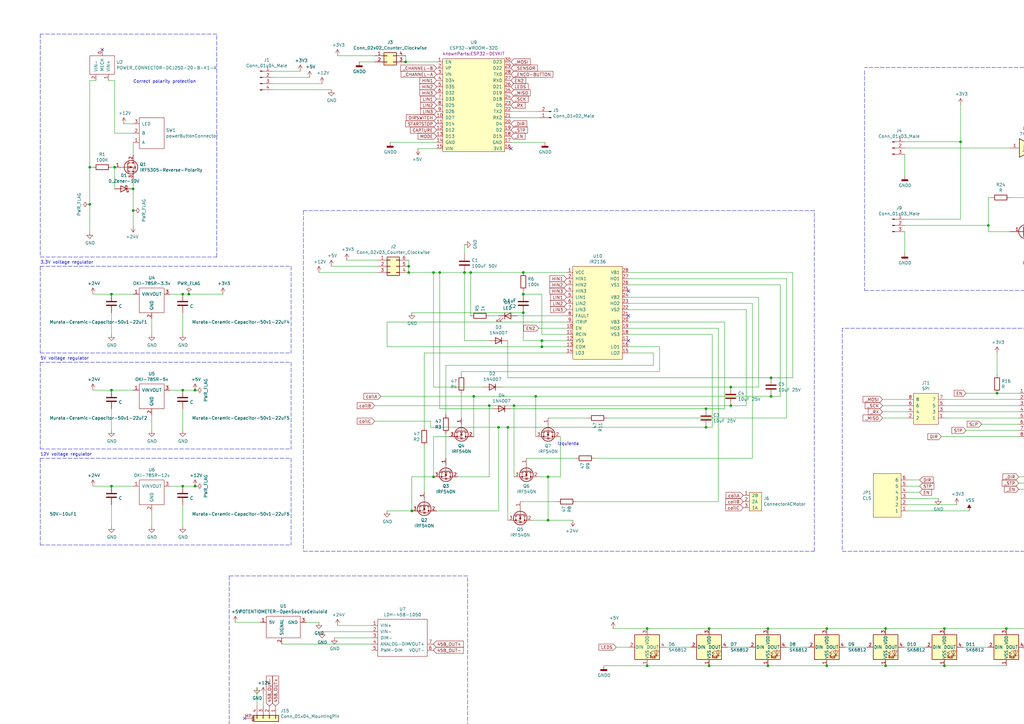
<source format=kicad_sch>
(kicad_sch (version 20211123) (generator eeschema)
  (paper "A3")
  (title_block (title "OpenCelluloid") (date "2023-02-16") (rev "v0.1"))
  (junction (at 36.83 68.58))
  (junction (at 214.63 120.65))
  (junction (at 459.74 204.47))
  (junction (at 193.04 111.76))
  (junction (at 222.25 139.7))
  (junction (at 363.22 257.81))
  (junction (at 194.31 162.56))
  (junction (at 87.63 358.14))
  (junction (at 506.984 53.086))
  (junction (at 168.91 209.55))
  (junction (at 471.932 329.438))
  (junction (at 314.96 273.05))
  (junction (at 224.79 213.36))
  (junction (at 494.284 87.376))
  (junction (at 167.64 111.76))
  (junction (at 210.82 166.37))
  (junction (at 74.93 199.39))
  (junction (at 339.09 273.05))
  (junction (at 208.28 175.26))
  (junction (at 167.64 109.22))
  (junction (at 46.99 68.58))
  (junction (at 314.96 257.81))
  (junction (at 290.83 273.05))
  (junction (at 258.572 335.788))
  (junction (at 180.34 111.76))
  (junction (at 190.5 111.76))
  (junction (at 74.93 120.65))
  (junction (at 452.12 160.02))
  (junction (at 452.12 152.4))
  (junction (at 316.23 162.56))
  (junction (at 459.74 207.01))
  (junction (at 394.462 314.198))
  (junction (at 77.47 120.65))
  (junction (at 200.66 166.37))
  (junction (at 432.054 68.326))
  (junction (at 54.61 77.47))
  (junction (at 316.23 154.94))
  (junction (at 387.35 273.05))
  (junction (at 204.47 175.26))
  (junction (at 299.72 158.75))
  (junction (at 177.8 195.58))
  (junction (at 80.01 199.39))
  (junction (at 128.27 358.14))
  (junction (at 412.75 257.81))
  (junction (at 74.93 160.02))
  (junction (at 105.41 406.4))
  (junction (at 439.674 60.706))
  (junction (at 60.96 406.4))
  (junction (at 348.742 314.198))
  (junction (at 471.932 326.898))
  (junction (at 363.22 273.05))
  (junction (at 219.71 162.56))
  (junction (at 299.72 166.37))
  (junction (at 310.642 309.118))
  (junction (at 265.43 257.81))
  (junction (at 167.64 356.87))
  (junction (at 54.61 86.36))
  (junction (at 45.72 120.65))
  (junction (at 466.344 87.376))
  (junction (at 265.43 273.05))
  (junction (at 289.56 175.26))
  (junction (at 214.63 111.76))
  (junction (at 346.202 309.118))
  (junction (at 224.79 195.58))
  (junction (at 289.56 167.64))
  (junction (at 214.63 128.27))
  (junction (at 387.35 257.81))
  (junction (at 166.37 25.4))
  (junction (at 177.8 111.76))
  (junction (at 393.954 58.166))
  (junction (at 421.894 87.376))
  (junction (at 339.09 257.81))
  (junction (at 80.01 160.02))
  (junction (at 405.384 92.456))
  (junction (at 45.72 160.02))
  (junction (at 408.94 161.29))
  (junction (at 45.72 199.39))
  (junction (at 60.96 411.48))
  (junction (at 421.894 81.026))
  (junction (at 290.83 257.81))
  (junction (at 43.18 358.14))
  (junction (at 36.83 83.82))
  (junction (at 222.25 142.24))
  (no_connect (at 257.81 129.54))
  (no_connect (at 407.162 307.848))
  (no_connect (at 209.55 60.96))
  (no_connect (at 41.91 20.32))
  (no_connect (at 100.33 294.64))
  (no_connect (at 420.37 265.43))
  (no_connect (at 257.81 119.38))
  (no_connect (at 257.81 139.7))
  (wire (pts (xy 215.9 187.96) (xy 236.22 187.96)))
  (polyline (pts (xy 119.38 148.59) (xy 119.38 184.15)))
  (wire (pts (xy 471.932 326.898) (xy 471.932 329.438)))
  (wire (pts (xy 177.8 158.75) (xy 198.12 158.75)))
  (wire (pts (xy 329.692 314.198) (xy 329.692 319.278)))
  (wire (pts (xy 316.23 154.94) (xy 325.12 154.94)))
  (wire (pts (xy 36.83 83.82) (xy 36.83 68.58)))
  (wire (pts (xy 290.83 273.05) (xy 314.96 273.05)))
  (wire (pts (xy 339.09 273.05) (xy 363.22 273.05)))
  (wire (pts (xy 310.642 301.498) (xy 310.642 309.118)))
  (wire (pts (xy 177.8 179.07) (xy 184.15 179.07)))
  (polyline (pts (xy 550.164 27.686) (xy 354.584 27.686)))
  (wire (pts (xy 167.64 111.76) (xy 177.8 111.76)))
  (wire (pts (xy 111.76 406.4) (xy 105.41 406.4)))
  (wire (pts (xy 105.41 281.94) (xy 105.41 289.56)))
  (wire (pts (xy 222.25 120.65) (xy 222.25 137.16)))
  (wire (pts (xy 371.094 92.456) (xy 405.384 92.456)))
  (wire (pts (xy 193.04 129.54) (xy 193.04 111.76)))
  (wire (pts (xy 38.1 160.02) (xy 45.72 160.02)))
  (wire (pts (xy 431.8 198.12) (xy 439.42 198.12)))
  (polyline (pts (xy 16.51 184.15) (xy 119.38 184.15)))
  (wire (pts (xy 214.63 111.76) (xy 193.04 111.76)))
  (wire (pts (xy 214.63 120.65) (xy 214.63 119.38)))
  (wire (pts (xy 314.96 257.81) (xy 339.09 257.81)))
  (wire (pts (xy 247.65 273.05) (xy 265.43 273.05)))
  (wire (pts (xy 311.15 121.92) (xy 311.15 158.75)))
  (wire (pts (xy 257.81 132.08) (xy 297.18 132.08)))
  (wire (pts (xy 74.93 160.02) (xy 80.01 160.02)))
  (wire (pts (xy 45.72 167.64) (xy 45.72 176.53)))
  (wire (pts (xy 471.932 324.358) (xy 471.932 326.898)))
  (wire (pts (xy 297.942 309.118) (xy 310.642 309.118)))
  (wire (pts (xy 62.23 170.18) (xy 62.23 176.53)))
  (wire (pts (xy 417.83 198.12) (xy 424.18 198.12)))
  (wire (pts (xy 408.94 144.78) (xy 408.94 153.67)))
  (wire (pts (xy 294.64 134.62) (xy 294.64 205.74)))
  (wire (pts (xy 387.35 171.45) (xy 417.83 171.45)))
  (wire (pts (xy 236.22 205.74) (xy 294.64 205.74)))
  (wire (pts (xy 190.5 139.7) (xy 200.66 139.7)))
  (wire (pts (xy 54.61 86.36) (xy 54.61 92.71)))
  (wire (pts (xy 357.632 353.568) (xy 353.822 353.568)))
  (polyline (pts (xy 354.584 119.126) (xy 550.164 119.126)))
  (wire (pts (xy 200.66 166.37) (xy 153.67 166.37)))
  (polyline (pts (xy 16.51 144.78) (xy 119.38 144.78)))
  (wire (pts (xy 461.01 168.91) (xy 445.77 168.91)))
  (wire (pts (xy 219.71 162.56) (xy 316.23 162.56)))
  (wire (pts (xy 36.83 33.02) (xy 36.83 68.58)))
  (wire (pts (xy 209.55 58.42) (xy 223.52 58.42)))
  (wire (pts (xy 60.96 411.48) (xy 48.26 411.48)))
  (wire (pts (xy 205.74 158.75) (xy 299.72 158.75)))
  (wire (pts (xy 200.66 195.58) (xy 187.96 195.58)))
  (wire (pts (xy 54.61 199.39) (xy 45.72 199.39)))
  (wire (pts (xy 405.384 92.456) (xy 405.384 81.026)))
  (wire (pts (xy 168.91 209.55) (xy 168.91 195.58)))
  (wire (pts (xy 459.74 209.55) (xy 467.36 209.55)))
  (wire (pts (xy 445.77 176.53) (xy 495.3 176.53)))
  (polyline (pts (xy 88.9 105.41) (xy 88.9 13.97)))
  (wire (pts (xy 397.51 209.55) (xy 372.11 209.55)))
  (wire (pts (xy 190.5 111.76) (xy 190.5 139.7)))
  (wire (pts (xy 466.344 100.076) (xy 466.344 103.886)))
  (wire (pts (xy 40.64 358.14) (xy 43.18 358.14)))
  (wire (pts (xy 232.41 144.78) (xy 173.99 144.78)))
  (wire (pts (xy 299.72 166.37) (xy 306.07 166.37)))
  (wire (pts (xy 189.23 153.67) (xy 189.23 152.4)))
  (wire (pts (xy 270.51 152.4) (xy 270.51 142.24)))
  (wire (pts (xy 439.674 50.546) (xy 439.674 60.706)))
  (wire (pts (xy 50.8 50.8) (xy 54.61 50.8)))
  (wire (pts (xy 105.41 358.14) (xy 115.57 358.14)))
  (wire (pts (xy 443.484 40.386) (xy 447.294 40.386)))
  (wire (pts (xy 289.56 175.26) (xy 208.28 175.26)))
  (wire (pts (xy 290.83 257.81) (xy 314.96 257.81)))
  (wire (pts (xy 346.202 301.498) (xy 310.642 301.498)))
  (wire (pts (xy 152.4 264.16) (xy 115.57 264.16)))
  (wire (pts (xy 222.25 142.24) (xy 232.41 142.24)))
  (wire (pts (xy 214.63 128.27) (xy 214.63 139.7)))
  (wire (pts (xy 210.82 195.58) (xy 210.82 166.37)))
  (polyline (pts (xy 345.44 226.06) (xy 510.54 226.06)))
  (wire (pts (xy 69.85 160.02) (xy 74.93 160.02)))
  (polyline (pts (xy 345.44 134.62) (xy 345.44 226.06)))
  (wire (pts (xy 147.32 25.4) (xy 153.67 25.4)))
  (wire (pts (xy 180.34 167.64) (xy 180.34 111.76)))
  (wire (pts (xy 204.47 209.55) (xy 179.07 209.55)))
  (wire (pts (xy 62.23 209.55) (xy 62.23 215.9)))
  (wire (pts (xy 314.96 273.05) (xy 339.09 273.05)))
  (wire (pts (xy 220.98 134.62) (xy 232.41 134.62)))
  (wire (pts (xy 439.42 195.58) (xy 431.8 195.58)))
  (wire (pts (xy 243.84 187.96) (xy 308.61 187.96)))
  (wire (pts (xy 54.61 160.02) (xy 45.72 160.02)))
  (wire (pts (xy 176.53 175.26) (xy 176.53 172.72)))
  (wire (pts (xy 445.77 163.83) (xy 452.12 163.83)))
  (wire (pts (xy 270.51 142.24) (xy 257.81 142.24)))
  (polyline (pts (xy 510.54 226.06) (xy 510.54 134.62)))
  (wire (pts (xy 394.97 265.43) (xy 405.13 265.43)))
  (wire (pts (xy 432.054 68.326) (xy 437.134 68.326)))
  (wire (pts (xy 229.87 195.58) (xy 224.79 195.58)))
  (wire (pts (xy 523.494 87.376) (xy 513.334 87.376)))
  (wire (pts (xy 297.18 132.08) (xy 297.18 167.64)))
  (wire (pts (xy 142.24 106.68) (xy 154.94 106.68)))
  (wire (pts (xy 295.402 338.328) (xy 271.272 338.328)))
  (wire (pts (xy 209.55 167.64) (xy 289.56 167.64)))
  (wire (pts (xy 220.98 48.26) (xy 209.55 48.26)))
  (wire (pts (xy 361.95 163.83) (xy 372.11 163.83)))
  (wire (pts (xy 204.47 175.26) (xy 176.53 175.26)))
  (wire (pts (xy 213.36 205.74) (xy 228.6 205.74)))
  (wire (pts (xy 222.25 137.16) (xy 232.41 137.16)))
  (wire (pts (xy 171.45 60.96) (xy 179.07 60.96)))
  (wire (pts (xy 138.43 256.54) (xy 152.4 256.54)))
  (wire (pts (xy 214.63 139.7) (xy 222.25 139.7)))
  (polyline (pts (xy 16.51 13.97) (xy 16.51 105.41)))
  (wire (pts (xy 329.692 319.278) (xy 348.742 319.278)))
  (wire (pts (xy 396.24 161.29) (xy 408.94 161.29)))
  (wire (pts (xy 466.344 87.376) (xy 468.884 87.376)))
  (wire (pts (xy 432.054 81.026) (xy 421.894 81.026)))
  (wire (pts (xy 127 31.75) (xy 111.76 31.75)))
  (wire (pts (xy 85.09 358.14) (xy 87.63 358.14)))
  (wire (pts (xy 194.31 162.56) (xy 194.31 179.07)))
  (wire (pts (xy 96.52 255.27) (xy 106.68 255.27)))
  (wire (pts (xy 372.11 199.39) (xy 377.19 199.39)))
  (wire (pts (xy 177.8 158.75) (xy 177.8 111.76)))
  (wire (pts (xy 537.464 87.376) (xy 531.114 87.376)))
  (wire (pts (xy 54.61 58.42) (xy 54.61 63.5)))
  (wire (pts (xy 421.894 100.076) (xy 421.894 103.886)))
  (wire (pts (xy 60.96 411.48) (xy 62.23 411.48)))
  (wire (pts (xy 459.74 201.93) (xy 459.74 204.47)))
  (wire (pts (xy 452.12 160.02) (xy 474.98 160.02)))
  (wire (pts (xy 105.41 406.4) (xy 99.06 406.4)))
  (wire (pts (xy 316.23 162.56) (xy 320.04 162.56)))
  (wire (pts (xy 377.952 307.848) (xy 384.302 307.848)))
  (wire (pts (xy 310.642 309.118) (xy 311.912 309.118)))
  (wire (pts (xy 135.89 36.83) (xy 111.76 36.83)))
  (wire (pts (xy 220.98 195.58) (xy 224.79 195.58)))
  (wire (pts (xy 182.88 187.96) (xy 182.88 177.8)))
  (wire (pts (xy 466.344 87.376) (xy 458.724 87.376)))
  (polyline (pts (xy 93.98 316.23) (xy 191.77 316.23)))
  (wire (pts (xy 479.044 40.386) (xy 472.694 40.386)))
  (wire (pts (xy 214.63 120.65) (xy 222.25 120.65)))
  (wire (pts (xy 190.5 100.33) (xy 190.5 104.14)))
  (wire (pts (xy 74.93 137.16) (xy 74.93 128.27)))
  (wire (pts (xy 384.81 204.47) (xy 372.11 204.47)))
  (wire (pts (xy 417.83 161.29) (xy 408.94 161.29)))
  (wire (pts (xy 74.93 215.9) (xy 74.93 207.01)))
  (wire (pts (xy 107.95 284.48) (xy 107.95 289.56)))
  (wire (pts (xy 158.75 132.08) (xy 158.75 142.24)))
  (polyline (pts (xy 510.54 134.62) (xy 345.44 134.62)))
  (wire (pts (xy 45.72 120.65) (xy 54.61 120.65)))
  (wire (pts (xy 208.28 154.94) (xy 208.28 139.7)))
  (polyline (pts (xy 16.51 109.22) (xy 119.38 109.22)))
  (wire (pts (xy 394.462 314.198) (xy 407.162 314.198)))
  (wire (pts (xy 292.1 175.26) (xy 289.56 175.26)))
  (wire (pts (xy 445.77 179.07) (xy 461.01 179.07)))
  (wire (pts (xy 222.25 142.24) (xy 222.25 139.7)))
  (wire (pts (xy 396.24 176.53) (xy 417.83 176.53)))
  (wire (pts (xy 54.61 73.66) (xy 54.61 77.47)))
  (wire (pts (xy 130.81 111.76) (xy 154.94 111.76)))
  (wire (pts (xy 348.742 319.278) (xy 348.742 314.198)))
  (wire (pts (xy 297.18 167.64) (xy 289.56 167.64)))
  (wire (pts (xy 439.674 60.706) (xy 443.484 60.706)))
  (polyline (pts (xy 16.51 187.96) (xy 16.51 223.52)))
  (wire (pts (xy 54.61 77.47) (xy 54.61 86.36)))
  (wire (pts (xy 265.43 257.81) (xy 290.83 257.81)))
  (wire (pts (xy 371.094 94.996) (xy 371.094 103.886)))
  (wire (pts (xy 424.18 257.81) (xy 412.75 257.81)))
  (wire (pts (xy 172.72 356.87) (xy 167.64 356.87)))
  (wire (pts (xy 494.284 87.376) (xy 505.714 87.376)))
  (wire (pts (xy 393.954 89.916) (xy 393.954 58.166)))
  (polyline (pts (xy 16.51 148.59) (xy 119.38 148.59)))
  (wire (pts (xy 257.81 137.16) (xy 292.1 137.16)))
  (wire (pts (xy 452.374 68.326) (xy 444.754 68.326)))
  (wire (pts (xy 189.23 161.29) (xy 189.23 171.45)))
  (wire (pts (xy 74.93 176.53) (xy 74.93 167.64)))
  (wire (pts (xy 466.344 92.456) (xy 466.344 87.376)))
  (polyline (pts (xy 119.38 187.96) (xy 119.38 223.52)))
  (wire (pts (xy 421.894 87.376) (xy 429.514 87.376)))
  (wire (pts (xy 439.42 200.66) (xy 431.8 200.66)))
  (wire (pts (xy 257.81 127) (xy 306.07 127)))
  (wire (pts (xy 194.31 162.56) (xy 219.71 162.56)))
  (wire (pts (xy 45.72 68.58) (xy 46.99 68.58)))
  (wire (pts (xy 208.28 154.94) (xy 316.23 154.94)))
  (polyline (pts (xy 16.51 148.59) (xy 16.51 184.15)))
  (wire (pts (xy 132.08 259.08) (xy 152.4 259.08)))
  (wire (pts (xy 414.274 94.996) (xy 405.384 94.996)))
  (wire (pts (xy 146.05 358.14) (xy 156.21 358.14)))
  (wire (pts (xy 38.1 120.65) (xy 45.72 120.65)))
  (wire (pts (xy 166.37 22.86) (xy 166.37 25.4)))
  (wire (pts (xy 344.932 314.198) (xy 348.742 314.198)))
  (polyline (pts (xy 191.77 236.22) (xy 93.98 236.22)))
  (wire (pts (xy 248.92 171.45) (xy 322.58 171.45)))
  (wire (pts (xy 165.1 356.87) (xy 167.64 356.87)))
  (wire (pts (xy 386.08 179.07) (xy 417.83 179.07)))
  (wire (pts (xy 185.42 356.87) (xy 195.58 356.87)))
  (wire (pts (xy 38.1 199.39) (xy 45.72 199.39)))
  (wire (pts (xy 257.81 114.3) (xy 322.58 114.3)))
  (wire (pts (xy 60.96 406.4) (xy 62.23 406.4)))
  (wire (pts (xy 128.27 345.44) (xy 128.27 350.52)))
  (wire (pts (xy 432.054 42.926) (xy 432.054 68.326)))
  (wire (pts (xy 54.61 54.61) (xy 46.99 54.61)))
  (wire (pts (xy 212.09 129.54) (xy 232.41 129.54)))
  (wire (pts (xy 69.85 120.65) (xy 74.93 120.65)))
  (wire (pts (xy 371.094 60.706) (xy 414.274 60.706)))
  (wire (pts (xy 177.8 195.58) (xy 177.8 179.07)))
  (wire (pts (xy 222.25 139.7) (xy 232.41 139.7)))
  (wire (pts (xy 363.22 257.81) (xy 387.35 257.81)))
  (polyline (pts (xy 119.38 109.22) (xy 119.38 144.78)))
  (wire (pts (xy 267.97 144.78) (xy 257.81 144.78)))
  (wire (pts (xy 506.984 53.086) (xy 518.414 53.086)))
  (wire (pts (xy 421.894 81.026) (xy 414.274 81.026)))
  (wire (pts (xy 173.99 182.88) (xy 173.99 201.93)))
  (wire (pts (xy 189.23 152.4) (xy 270.51 152.4)))
  (wire (pts (xy 224.79 171.45) (xy 241.3 171.45)))
  (wire (pts (xy 470.154 60.706) (xy 466.344 60.706)))
  (wire (pts (xy 432.054 68.326) (xy 432.054 70.866)))
  (wire (pts (xy 219.71 162.56) (xy 219.71 179.07)))
  (wire (pts (xy 471.932 329.438) (xy 471.932 331.978)))
  (wire (pts (xy 123.19 29.21) (xy 111.76 29.21)))
  (wire (pts (xy 372.11 201.93) (xy 377.19 201.93)))
  (wire (pts (xy 372.11 196.85) (xy 377.19 196.85)))
  (wire (pts (xy 200.66 166.37) (xy 210.82 166.37)))
  (wire (pts (xy 45.72 207.01) (xy 45.72 215.9)))
  (wire (pts (xy 133.35 358.14) (xy 128.27 358.14)))
  (wire (pts (xy 38.1 406.4) (xy 43.18 406.4)))
  (wire (pts (xy 257.81 116.84) (xy 320.04 116.84)))
  (polyline (pts (xy 550.164 119.126) (xy 550.164 27.686)))
  (wire (pts (xy 251.46 257.81) (xy 265.43 257.81)))
  (wire (pts (xy 234.95 213.36) (xy 224.79 213.36)))
  (wire (pts (xy 414.782 314.198) (xy 428.752 314.198)))
  (wire (pts (xy 361.95 171.45) (xy 372.11 171.45)))
  (wire (pts (xy 316.992 353.568) (xy 323.342 353.568)))
  (wire (pts (xy 445.77 171.45) (xy 461.01 171.45)))
  (wire (pts (xy 158.75 132.08) (xy 232.41 132.08)))
  (polyline (pts (xy 16.51 223.52) (xy 119.38 223.52)))
  (wire (pts (xy 407.162 307.848) (xy 403.352 307.848)))
  (wire (pts (xy 258.572 335.788) (xy 239.522 335.788)))
  (wire (pts (xy 176.53 172.72) (xy 153.67 172.72)))
  (wire (pts (xy 168.91 128.27) (xy 214.63 128.27)))
  (wire (pts (xy 166.37 25.4) (xy 179.07 25.4)))
  (wire (pts (xy 180.34 167.64) (xy 201.93 167.64)))
  (wire (pts (xy 252.73 265.43) (xy 257.81 265.43)))
  (wire (pts (xy 50.8 406.4) (xy 60.96 406.4)))
  (polyline (pts (xy 16.51 109.22) (xy 16.51 144.78)))
  (wire (pts (xy 36.83 33.02) (xy 39.37 33.02)))
  (wire (pts (xy 167.64 106.68) (xy 167.64 109.22)))
  (polyline (pts (xy 88.9 13.97) (xy 16.51 13.97)))
  (wire (pts (xy 322.58 265.43) (xy 331.47 265.43)))
  (wire (pts (xy 371.094 58.166) (xy 393.954 58.166)))
  (wire (pts (xy 135.89 109.22) (xy 154.94 109.22)))
  (wire (pts (xy 371.094 89.916) (xy 393.954 89.916)))
  (wire (pts (xy 346.202 309.118) (xy 344.932 309.118)))
  (wire (pts (xy 445.77 166.37) (xy 461.01 166.37)))
  (wire (pts (xy 138.43 22.86) (xy 153.67 22.86)))
  (wire (pts (xy 158.75 209.55) (xy 168.91 209.55)))
  (wire (pts (xy 224.79 213.36) (xy 224.79 195.58)))
  (wire (pts (xy 405.384 81.026) (xy 406.654 81.026)))
  (polyline (pts (xy 334.01 86.36) (xy 124.46 86.36)))
  (wire (pts (xy 445.77 161.29) (xy 445.77 152.4)))
  (wire (pts (xy 348.742 314.198) (xy 352.552 314.198)))
  (wire (pts (xy 494.284 53.086) (xy 494.284 87.376)))
  (wire (pts (xy 439.674 50.546) (xy 494.284 50.546)))
  (wire (pts (xy 299.72 158.75) (xy 311.15 158.75)))
  (wire (pts (xy 393.954 58.166) (xy 393.954 42.926)))
  (wire (pts (xy 265.43 273.05) (xy 290.83 273.05)))
  (wire (pts (xy 62.23 130.81) (xy 62.23 137.16)))
  (wire (pts (xy 363.22 273.05) (xy 387.35 273.05)))
  (wire (pts (xy 180.34 111.76) (xy 190.5 111.76)))
  (wire (pts (xy 459.74 204.47) (xy 459.74 207.01)))
  (wire (pts (xy 218.44 213.36) (xy 224.79 213.36)))
  (wire (pts (xy 484.124 87.376) (xy 494.284 87.376)))
  (wire (pts (xy 298.45 265.43) (xy 307.34 265.43)))
  (wire (pts (xy 130.81 255.27) (xy 125.73 255.27)))
  (wire (pts (xy 182.88 149.86) (xy 267.97 149.86)))
  (wire (pts (xy 361.95 166.37) (xy 372.11 166.37)))
  (polyline (pts (xy 334.01 226.06) (xy 334.01 86.36)))
  (wire (pts (xy 229.87 179.07) (xy 229.87 195.58)))
  (wire (pts (xy 537.464 105.156) (xy 537.464 87.376)))
  (wire (pts (xy 173.99 175.26) (xy 173.99 144.78)))
  (wire (pts (xy 239.522 340.868) (xy 299.212 340.868)))
  (wire (pts (xy 125.73 358.14) (xy 128.27 358.14)))
  (wire (pts (xy 232.41 111.76) (xy 214.63 111.76)))
  (wire (pts (xy 204.47 175.26) (xy 204.47 209.55)))
  (wire (pts (xy 273.05 265.43) (xy 283.21 265.43)))
  (wire (pts (xy 158.75 142.24) (xy 222.25 142.24)))
  (wire (pts (xy 167.64 344.17) (xy 167.64 349.25)))
  (wire (pts (xy 387.35 273.05) (xy 412.75 273.05)))
  (wire (pts (xy 417.83 195.58) (xy 424.18 195.58)))
  (wire (pts (xy 267.97 149.86) (xy 267.97 144.78)))
  (polyline (pts (xy 16.51 187.96) (xy 119.38 187.96)))
  (wire (pts (xy 69.85 199.39) (xy 74.93 199.39)))
  (wire (pts (xy 193.04 111.76) (xy 190.5 111.76)))
  (wire (pts (xy 257.81 111.76) (xy 325.12 111.76)))
  (wire (pts (xy 156.21 162.56) (xy 194.31 162.56)))
  (wire (pts (xy 168.91 195.58) (xy 177.8 195.58)))
  (wire (pts (xy 467.36 204.47) (xy 459.74 204.47)))
  (wire (pts (xy 258.572 338.328) (xy 258.572 335.788)))
  (wire (pts (xy 74.93 199.39) (xy 80.01 199.39)))
  (wire (pts (xy 160.02 58.42) (xy 179.07 58.42)))
  (wire (pts (xy 467.36 207.01) (xy 459.74 207.01)))
  (wire (pts (xy 452.12 152.4) (xy 463.55 152.4)))
  (wire (pts (xy 45.72 128.27) (xy 45.72 137.16)))
  (wire (pts (xy 210.82 166.37) (xy 299.72 166.37)))
  (wire (pts (xy 459.74 207.01) (xy 459.74 209.55)))
  (wire (pts (xy 306.07 127) (xy 306.07 166.37)))
  (wire (pts (xy 208.28 175.26) (xy 204.47 175.26)))
  (wire (pts (xy 132.08 34.29) (xy 111.76 34.29)))
  (wire (pts (xy 43.18 345.44) (xy 43.18 350.52)))
  (wire (pts (xy 417.83 200.66) (xy 424.18 200.66)))
  (wire (pts (xy 461.01 173.99) (xy 445.77 173.99)))
  (wire (pts (xy 44.45 33.02) (xy 46.99 33.02)))
  (polyline (pts (xy 124.46 226.06) (xy 334.01 226.06)))
  (wire (pts (xy 208.28 213.36) (xy 208.28 175.26)))
  (wire (pts (xy 370.84 265.43) (xy 379.73 265.43)))
  (wire (pts (xy 451.104 60.706) (xy 458.724 60.706)))
  (polyline (pts (xy 354.584 28.956) (xy 354.584 119.126)))
  (wire (pts (xy 308.61 124.46) (xy 308.61 187.96)))
  (wire (pts (xy 48.26 358.14) (xy 43.18 358.14)))
  (wire (pts (xy 346.202 353.568) (xy 342.392 353.568)))
  (wire (pts (xy 445.77 152.4) (xy 452.12 152.4)))
  (wire (pts (xy 77.47 120.65) (xy 91.44 120.65)))
  (wire (pts (xy 167.64 109.22) (xy 167.64 111.76)))
  (wire (pts (xy 506.984 50.546) (xy 506.984 53.086)))
  (wire (pts (xy 101.6 408.94) (xy 99.06 408.94)))
  (wire (pts (xy 402.59 173.99) (xy 417.83 173.99)))
  (wire (pts (xy 292.1 137.16) (xy 292.1 175.26)))
  (wire (pts (xy 361.95 168.91) (xy 372.11 168.91)))
  (wire (pts (xy 46.99 33.02) (xy 46.99 54.61)))
  (wire (pts (xy 38.1 68.58) (xy 36.83 68.58)))
  (wire (pts (xy 40.64 411.48) (xy 36.83 411.48)))
  (wire (pts (xy 322.58 114.3) (xy 322.58 171.45)))
  (wire (pts (xy 394.462 314.198) (xy 394.462 326.898)))
  (wire (pts (xy 257.81 124.46) (xy 308.61 124.46)))
  (wire (pts (xy 87.63 345.44) (xy 87.63 350.52)))
  (wire (pts (xy 387.35 257.81) (xy 412.75 257.81)))
  (wire (pts (xy 92.71 358.14) (xy 87.63 358.14)))
  (wire (pts (xy 180.34 111.76) (xy 177.8 111.76)))
  (wire (pts (xy 319.532 309.118) (xy 329.692 309.118)))
  (wire (pts (xy 325.12 111.76) (xy 325.12 154.94)))
  (wire (pts (xy 372.11 207.01) (xy 392.43 207.01)))
  (wire (pts (xy 346.71 265.43) (xy 355.6 265.43)))
  (polyline (pts (xy 16.51 105.41) (xy 88.9 105.41)))
  (wire (pts (xy 220.98 45.72) (xy 209.55 45.72)))
  (wire (pts (xy 387.35 163.83) (xy 417.83 163.83)))
  (wire (pts (xy 452.12 163.83) (xy 452.12 160.02)))
  (wire (pts (xy 60.96 358.14) (xy 71.12 358.14)))
  (wire (pts (xy 405.384 92.456) (xy 405.384 94.996)))
  (wire (pts (xy 36.83 83.82) (xy 36.83 95.25)))
  (wire (pts (xy 339.09 257.81) (xy 363.22 257.81)))
  (wire (pts (xy 257.81 121.92) (xy 311.15 121.92)))
  (wire (pts (xy 421.894 87.376) (xy 421.894 81.026)))
  (wire (pts (xy 387.35 168.91) (xy 417.83 168.91)))
  (polyline (pts (xy 124.46 86.36) (xy 124.46 226.06)))
  (wire (pts (xy 320.04 116.84) (xy 320.04 162.56)))
  (wire (pts (xy 387.35 166.37) (xy 417.83 166.37)))
  (wire (pts (xy 432.054 78.486) (xy 432.054 81.026)))
  (wire (pts (xy 204.47 129.54) (xy 200.66 129.54)))
  (wire (pts (xy 451.104 87.376) (xy 444.754 87.376)))
  (wire (pts (xy 74.93 120.65) (xy 77.47 120.65)))
  (wire (pts (xy 200.66 166.37) (xy 200.66 195.58)))
  (wire (pts (xy 290.322 335.788) (xy 271.272 335.788)))
  (wire (pts (xy 421.894 89.916) (xy 421.894 87.376)))
  (wire (pts (xy 352.552 309.118) (xy 346.202 309.118)))
  (polyline (pts (xy 191.77 316.23) (xy 191.77 236.22)))
  (wire (pts (xy 429.514 60.706) (xy 439.674 60.706)))
  (wire (pts (xy 461.01 212.09) (xy 467.36 212.09)))
  (wire (pts (xy 257.81 134.62) (xy 294.64 134.62)))
  (wire (pts (xy 182.88 170.18) (xy 182.88 149.86)))
  (polyline (pts (xy 93.98 236.22) (xy 93.98 316.23)))
  (wire (pts (xy 46.99 77.47) (xy 46.99 68.58)))
  (wire (pts (xy 470.154 72.136) (xy 470.154 60.706)))
  (wire (pts (xy 371.094 63.246) (xy 371.094 72.136)))
  (wire (pts (xy 137.16 261.62) (xy 152.4 261.62)))
  (text "izquierda" (at 228.6 182.88 0) (effects (font (size 1.27 1.27)) (justify left bottom)))
  (text "Encoder\n" (at 76.2 393.7 0) (effects (font (size 1.27 1.27)) (justify left bottom)))
  (text "12V voltage regulator\n\n" (at 16.51 189.23 0) (effects (font (size 1.27 1.27)) (justify left bottom)))
  (text "5V voltage regulator\n\n" (at 16.51 149.86 0) (effects (font (size 1.27 1.27)) (justify left bottom)))
  (text "3.3V voltage regulator\n\n" (at 16.51 110.49 0) (effects (font (size 1.27 1.27)) (justify left bottom)))
  (text "Correct polarity protection\n" (at 54.61 34.29 0) (effects (font (size 1.27 1.27)) (justify left bottom)))
  (global_label "STARTSTOP" (shape input) (at 179.07 50.8 180) (property "Intersheet References" "${INTERSHEET_REFS}" (effects hide)))
  (global_label "_SENSOR" (shape input) (at 471.932 331.978 0) (property "Intersheet References" "${INTERSHEET_REFS}" (effects hide)))
  (global_label "DIR" (shape input) (at 386.08 179.07 180) (property "Intersheet References" "${INTERSHEET_REFS}" (effects hide)))
  (global_label "_CHANNEL-A" (shape input) (at 55.88 406.4 90) (property "Intersheet References" "${INTERSHEET_REFS}" (effects hide)))
  (global_label "_SENSOR" (shape input) (at 209.55 27.94 0) (property "Intersheet References" "${INTERSHEET_REFS}" (effects hide)))
  (global_label "coilA" (shape input) (at 304.8 203.2 180) (property "Intersheet References" "${INTERSHEET_REFS}" (effects hide)))
  (global_label "DIRSWITCH" (shape input) (at 179.07 48.26 180) (property "Intersheet References" "${INTERSHEET_REFS}" (effects hide)))
  (global_label "coilC" (shape input) (at 153.67 172.72 180) (property "Intersheet References" "${INTERSHEET_REFS}" (effects hide)))
  (global_label "_CHANNEL-B" (shape input) (at 52.07 411.48 270) (property "Intersheet References" "${INTERSHEET_REFS}" (effects hide)))
  (global_label "LIN3" (shape input) (at 179.07 45.72 180) (property "Intersheet References" "${INTERSHEET_REFS}" (effects hide)))
  (global_label "coilA" (shape input) (at 156.21 162.56 180) (property "Intersheet References" "${INTERSHEET_REFS}" (effects hide)))
  (global_label "LEDS" (shape input) (at 209.55 35.56 0) (property "Intersheet References" "${INTERSHEET_REFS}" (effects hide)))
  (global_label "_MISO" (shape input) (at 361.95 171.45 180) (property "Intersheet References" "${INTERSHEET_REFS}" (effects hide)))
  (global_label "EN" (shape input) (at 377.19 201.93 0) (property "Intersheet References" "${INTERSHEET_REFS}" (effects hide)))
  (global_label "_CHANNEL-B" (shape input) (at 179.07 27.94 180) (property "Intersheet References" "${INTERSHEET_REFS}" (effects hide)))
  (global_label "SENSOR-SYNKINO" (shape input) (at 518.414 53.086 0) (property "Intersheet References" "${INTERSHEET_REFS}" (effects hide)))
  (global_label "MODE" (shape input) (at 179.07 55.88 180) (property "Intersheet References" "${INTERSHEET_REFS}" (effects hide)))
  (global_label "LIN1" (shape input) (at 232.41 121.92 180) (property "Intersheet References" "${INTERSHEET_REFS}" (effects hide)))
  (global_label "_STP" (shape input) (at 417.83 198.12 180) (property "Intersheet References" "${INTERSHEET_REFS}" (effects hide)))
  (global_label "45B_OUT+" (shape input) (at 177.8 264.16 0) (property "Intersheet References" "${INTERSHEET_REFS}" (effects hide)))
  (global_label "_RX" (shape input) (at 361.95 168.91 180) (property "Intersheet References" "${INTERSHEET_REFS}" (effects hide)))
  (global_label "LEDS" (shape input) (at 252.73 265.43 180) (property "Intersheet References" "${INTERSHEET_REFS}" (effects hide)))
  (global_label "HIN2" (shape input) (at 179.07 35.56 180) (property "Intersheet References" "${INTERSHEET_REFS}" (effects hide)))
  (global_label "_STP" (shape input) (at 209.55 53.34 0) (property "Intersheet References" "${INTERSHEET_REFS}" (effects hide)))
  (global_label "_SCK" (shape input) (at 209.55 40.64 0) (property "Intersheet References" "${INTERSHEET_REFS}" (effects hide)))
  (global_label "_ENCO-BUTTON" (shape input) (at 209.55 30.48 0) (property "Intersheet References" "${INTERSHEET_REFS}" (effects hide)))
  (global_label "EN2" (shape input) (at 220.98 134.62 180) (property "Intersheet References" "${INTERSHEET_REFS}" (effects hide)))
  (global_label "HIN2" (shape input) (at 232.41 116.84 180) (property "Intersheet References" "${INTERSHEET_REFS}" (effects hide)))
  (global_label "_SCK" (shape input) (at 361.95 166.37 180) (property "Intersheet References" "${INTERSHEET_REFS}" (effects hide)))
  (global_label "LIN2" (shape input) (at 232.41 124.46 180) (property "Intersheet References" "${INTERSHEET_REFS}" (effects hide)))
  (global_label "MODE" (shape input) (at 165.1 356.87 180) (property "Intersheet References" "${INTERSHEET_REFS}" (effects hide)))
  (global_label "EN" (shape input) (at 439.42 200.66 0) (property "Intersheet References" "${INTERSHEET_REFS}" (effects hide)))
  (global_label "HIN3" (shape input) (at 179.07 38.1 180) (property "Intersheet References" "${INTERSHEET_REFS}" (effects hide)))
  (global_label "SENSOR-SIGNAL" (shape input) (at 352.552 309.118 0) (property "Intersheet References" "${INTERSHEET_REFS}" (effects hide)))
  (global_label "SENSOR-SIMPLE" (shape input) (at 333.502 359.918 270) (property "Intersheet References" "${INTERSHEET_REFS}" (effects hide)))
  (global_label "SENSOR-SIMPLE" (shape input) (at 459.232 326.898 180) (property "Intersheet References" "${INTERSHEET_REFS}" (effects hide)))
  (global_label "_EN" (shape input) (at 417.83 200.66 180) (property "Intersheet References" "${INTERSHEET_REFS}" (effects hide)))
  (global_label "45B_OUT-" (shape input) (at 177.8 266.7 0) (property "Intersheet References" "${INTERSHEET_REFS}" (effects hide)))
  (global_label "HIN1" (shape input) (at 179.07 33.02 180) (property "Intersheet References" "${INTERSHEET_REFS}" (effects hide)))
  (global_label "DIR" (shape input) (at 377.19 196.85 0) (property "Intersheet References" "${INTERSHEET_REFS}" (effects hide)))
  (global_label "LIN3" (shape input) (at 232.41 127 180) (property "Intersheet References" "${INTERSHEET_REFS}" (effects hide)))
  (global_label "SENSOR-" (shape input) (at 328.422 334.518 0) (property "Intersheet References" "${INTERSHEET_REFS}" (effects hide)))
  (global_label "SENSOR-" (shape input) (at 352.552 314.198 0) (property "Intersheet References" "${INTERSHEET_REFS}" (effects hide)))
  (global_label "_DIR" (shape input) (at 417.83 195.58 180) (property "Intersheet References" "${INTERSHEET_REFS}" (effects hide)))
  (global_label "DIRSWITCH" (shape input) (at 40.64 358.14 180) (property "Intersheet References" "${INTERSHEET_REFS}" (effects hide)))
  (global_label "LIN2" (shape input) (at 179.07 43.18 180) (property "Intersheet References" "${INTERSHEET_REFS}" (effects hide)))
  (global_label "EN" (shape input) (at 396.24 161.29 180) (property "Intersheet References" "${INTERSHEET_REFS}" (effects hide)))
  (global_label "SENSOR-CRASS" (shape input) (at 394.462 326.898 270) (property "Intersheet References" "${INTERSHEET_REFS}" (effects hide)))
  (global_label "STARTSTOP" (shape input) (at 85.09 358.14 180) (property "Intersheet References" "${INTERSHEET_REFS}" (effects hide)))
  (global_label "_SENSOR-SIGNAL" (shape input) (at 459.232 331.978 180) (property "Intersheet References" "${INTERSHEET_REFS}" (effects hide)))
  (global_label "SENSOR+" (shape input) (at 328.422 329.438 0) (property "Intersheet References" "${INTERSHEET_REFS}" (effects hide)))
  (global_label "SLP" (shape input) (at 461.01 212.09 180) (property "Intersheet References" "${INTERSHEET_REFS}" (effects hide)))
  (global_label "HIN1" (shape input) (at 232.41 114.3 180) (property "Intersheet References" "${INTERSHEET_REFS}" (effects hide)))
  (global_label "SENSOR-SIGNAL" (shape input) (at 328.422 331.978 0) (property "Intersheet References" "${INTERSHEET_REFS}" (effects hide)))
  (global_label "CAPTURE" (shape input) (at 125.73 358.14 180) (property "Intersheet References" "${INTERSHEET_REFS}" (effects hide)))
  (global_label "_MISO" (shape input) (at 209.55 38.1 0) (property "Intersheet References" "${INTERSHEET_REFS}" (effects hide)))
  (global_label "_ENCO-BUTTON" (shape input) (at 111.76 406.4 0) (property "Intersheet References" "${INTERSHEET_REFS}" (effects hide)))
  (global_label "coilB" (shape input) (at 153.67 166.37 180) (property "Intersheet References" "${INTERSHEET_REFS}" (effects hide)))
  (global_label "_MOSI" (shape input) (at 361.95 163.83 180) (property "Intersheet References" "${INTERSHEET_REFS}" (effects hide)))
  (global_label "_DIR" (shape input) (at 209.55 50.8 0) (property "Intersheet References" "${INTERSHEET_REFS}" (effects hide)))
  (global_label "_SENSOR-SIGNAL" (shape input) (at 239.522 338.328 0) (property "Intersheet References" "${INTERSHEET_REFS}" (effects hide)))
  (global_label "DIR" (shape input) (at 439.42 195.58 0) (property "Intersheet References" "${INTERSHEET_REFS}" (effects hide)))
  (global_label "CAPTURE" (shape input) (at 179.07 53.34 180) (property "Intersheet References" "${INTERSHEET_REFS}" (effects hide)))
  (global_label "45B_OUT-" (shape input) (at 110.49 289.56 90) (property "Intersheet References" "${INTERSHEET_REFS}" (effects hide)))
  (global_label "45B_OUT+" (shape input) (at 113.03 289.56 90) (property "Intersheet References" "${INTERSHEET_REFS}" (effects hide)))
  (global_label "STP" (shape input) (at 396.24 176.53 180) (property "Intersheet References" "${INTERSHEET_REFS}" (effects hide)))
  (global_label "STP" (shape input) (at 439.42 198.12 0) (property "Intersheet References" "${INTERSHEET_REFS}" (effects hide)))
  (global_label "_RX" (shape input) (at 209.55 43.18 0) (property "Intersheet References" "${INTERSHEET_REFS}" (effects hide)))
  (global_label "HIN3" (shape input) (at 232.41 119.38 180) (property "Intersheet References" "${INTERSHEET_REFS}" (effects hide)))
  (global_label "EN2" (shape input) (at 209.55 33.02 0) (property "Intersheet References" "${INTERSHEET_REFS}" (effects hide)))
  (global_label "_CHANNEL-A" (shape input) (at 179.07 30.48 180) (property "Intersheet References" "${INTERSHEET_REFS}" (effects hide)))
  (global_label "STP" (shape input) (at 377.19 199.39 0) (property "Intersheet References" "${INTERSHEET_REFS}" (effects hide)))
  (global_label "LIN1" (shape input) (at 179.07 40.64 180) (property "Intersheet References" "${INTERSHEET_REFS}" (effects hide)))
  (global_label "SENSOR+" (shape input) (at 297.942 309.118 180) (property "Intersheet References" "${INTERSHEET_REFS}" (effects hide)))
  (global_label "SLP" (shape input) (at 402.59 173.99 180) (property "Intersheet References" "${INTERSHEET_REFS}" (effects hide)))
  (global_label "coilC" (shape input) (at 304.8 208.28 180) (property "Intersheet References" "${INTERSHEET_REFS}" (effects hide)))
  (global_label "SENSOR-CRASS" (shape input) (at 459.232 324.358 180) (property "Intersheet References" "${INTERSHEET_REFS}" (effects hide)))
  (global_label "_EN" (shape input) (at 209.55 55.88 0) (property "Intersheet References" "${INTERSHEET_REFS}" (effects hide)))
  (global_label "SENSOR-SYNKINO" (shape input) (at 459.232 329.438 180) (property "Intersheet References" "${INTERSHEET_REFS}" (effects hide)))
  (global_label "_MOSI" (shape input) (at 209.55 25.4 0) (property "Intersheet References" "${INTERSHEET_REFS}" (effects hide)))
  (global_label "coilB" (shape input) (at 304.8 205.74 180) (property "Intersheet References" "${INTERSHEET_REFS}" (effects hide)))
  (symbol (lib_id "OpenCelluloid-rescue:ConnectorACMotor-knownParts") (at 309.88 203.2 0) (unit 1)
    (property "Reference" "J6" (at 313.1312 204.4446 0) (effects (justify left)))
    (property "Value" "ConnectorACMotor" (at 313.1312 206.756 0) (effects (justify left)))
    (property "Footprint" "Connector_Molex:Molex_Micro-Fit_3.0_43650-0300_1x03_P3.00mm_Horizontal" (effects hide))
  )
  (symbol (lib_id "Connector_Generic:Conn_02x03_Counter_Clockwise") (at 160.02 109.22 0) (unit 1)
    (property "Reference" "J2" (at 161.29 101.1682 0))
    (property "Value" "Conn_02x03_Counter_Clockwise" (at 161.29 103.4796 0))
    (property "Footprint" "knownParts:PinHeader_2x03_P2.54mm_Vertical-CounterClockWise" (effects hide))
  )
  (symbol (lib_id "power:+5V") (at 135.89 109.22 0) (unit 1)
    (property "Reference" "#PWR025" (effects hide))
    (property "Value" "+5V" (at 136.271 104.8258 0))
  )
  (symbol (lib_id "power:+12V") (at 130.81 111.76 0) (unit 1)
    (property "Reference" "#PWR024" (effects hide))
    (property "Value" "+12V" (at 131.191 107.3658 0))
  )
  (symbol (lib_id "OpenCelluloid-rescue:IRF5305-Reverse-Polarity-ariadne-ariadne-rescue") (at 53.34 68.58 0) (unit 1)
    (property "Reference" "Q1" (at 57.277 67.4116 0) (effects (justify left)))
    (property "Value" "IRF5305-Reverse-Polarity" (at 57.277 69.723 0) (effects (justify left)))
    (property "Footprint" "Package_TO_SOT_THT:TO-220-3_Horizontal_TabDown" (effects hide))
    (property "Datasheet" "http://www.irf.com/product-info/datasheets/data/irf7606pbf.pdf" (effects hide))
  )
  (symbol (lib_id "power:PWR_FLAG") (at 36.83 83.82 90) (unit 1)
    (property "Reference" "#FLG01" (effects hide))
    (property "Value" "PWR_FLAG" (at 32.4358 83.82 0))
  )
  (symbol (lib_id "power:PWR_FLAG") (at 54.61 86.36 270) (unit 1)
    (property "Reference" "#FLG02" (effects hide))
    (property "Value" "PWR_FLAG" (at 59.0042 86.36 0))
  )
  (symbol (lib_id "power:GND") (at 36.83 95.25 0) (unit 1)
    (property "Reference" "#PWR02" (effects hide))
    (property "Value" "GND" (at 36.957 99.6442 0))
  )
  (symbol (lib_id "Device:D_Schottky") (at 50.8 77.47 180) (unit 1)
    (property "Reference" "D1" (at 50.8 71.9582 0))
    (property "Value" "D_Zener-10V" (at 50.8 74.2696 0))
    (property "Footprint" "Diode_THT:D_DO-41_SOD81_P7.62mm_Horizontal" (effects hide))
  )
  (symbol (lib_id "Device:R") (at 41.91 68.58 270) (unit 1)
    (property "Reference" "R1" (at 41.91 63.3222 90))
    (property "Value" "100K" (at 41.91 65.6336 90))
    (property "Footprint" "Resistor_THT:R_Axial_DIN0204_L3.6mm_D1.6mm_P7.62mm_Horizontal" (effects hide))
  )
  (symbol (lib_id "power:+24V") (at 54.61 92.71 180) (unit 1)
    (property "Reference" "#PWR010" (effects hide))
    (property "Value" "+24V" (at 54.229 97.1042 0))
  )
  (symbol (lib_id "OpenCelluloid-rescue:POWER_CONNECTOR-DCJ250-20-B-K1-A-knownParts") (at 41.91 26.67 180) (unit 1)
    (property "Reference" "U2" (at 47.7012 25.5016 0) (effects (justify right)))
    (property "Value" "POWER_CONNECTOR-DCJ250-20-B-K1-A" (at 47.7012 27.813 0) (effects (justify right)))
    (property "Footprint" "knownParts:POWER_JACK_DCJ250-20-B-K1-A" (effects hide))
  )
  (symbol (lib_id "OpenCelluloid-rescue:powerButtonConnector-knownParts") (at 68.58 54.61 90) (unit 1)
    (property "Reference" "SW1" (at 68.0212 53.4416 90) (effects (justify right)))
    (property "Value" "powerButtonConnector" (at 68.0212 55.753 90) (effects (justify right)))
    (property "Footprint" "Connector_Molex:Molex_Micro-Fit_3.0_43650-0300_1x03_P3.00mm_Horizontal" (effects hide))
  )
  (symbol (lib_id "power:+12V") (at 50.8 50.8 0) (unit 1)
    (property "Reference" "#PWR09" (effects hide))
    (property "Value" "+12V" (at 51.181 46.4058 0))
  )
  (symbol (lib_id "OpenCelluloid-rescue:R-Device-upuaut_2Nils-rescue") (at 43.18 354.33 180) (unit 1)
    (property "Reference" "R10" (at 48.4378 354.33 90))
    (property "Value" "10K" (at 46.1264 354.33 90))
    (property "Footprint" "Resistor_THT:R_Axial_DIN0204_L3.6mm_D1.6mm_P7.62mm_Horizontal" (effects hide))
  )
  (symbol (lib_id "OpenCelluloid-rescue:K12AB-Switch-OpenSourceCelluloid") (at 54.61 358.14 0) (unit 1)
    (property "Reference" "S1" (at 54.61 351.409 0))
    (property "Value" "K12AB-Switch" (at 54.61 353.7204 0))
    (property "Footprint" "knownParts:K12AB-Switch" (effects hide))
  )
  (symbol (lib_id "ariadne-v3-cache:+3.3V") (at 43.18 345.44 0) (unit 1)
    (property "Reference" "#PWR040" (effects hide))
    (property "Value" "+3.3V" (at 43.561 341.0458 0))
  )
  (symbol (lib_id "LED:SK6812") (at 265.43 265.43 0) (unit 1)
    (property "Reference" "D6" (at 274.1676 264.2616 0) (effects (justify left)))
    (property "Value" "SK6812" (at 274.1676 266.573 0) (effects (justify left)))
    (property "Footprint" "LED_SMD:LED_SK6812_PLCC4_5.0x5.0mm_P3.2mm" (effects hide))
    (property "Datasheet" "https://cdn-shop.adafruit.com/product-files/1138/SK6812+LED+datasheet+.pdf" (effects hide))
  )
  (symbol (lib_id "LED:SK6812") (at 290.83 265.43 0) (unit 1)
    (property "Reference" "D7" (at 299.5676 264.2616 0) (effects (justify left)))
    (property "Value" "SK6812" (at 299.5676 266.573 0) (effects (justify left)))
    (property "Footprint" "LED_SMD:LED_SK6812_PLCC4_5.0x5.0mm_P3.2mm" (effects hide))
    (property "Datasheet" "https://cdn-shop.adafruit.com/product-files/1138/SK6812+LED+datasheet+.pdf" (effects hide))
  )
  (symbol (lib_id "LED:SK6812") (at 314.96 265.43 0) (unit 1)
    (property "Reference" "D8" (at 323.6976 264.2616 0) (effects (justify left)))
    (property "Value" "SK6812" (at 323.6976 266.573 0) (effects (justify left)))
    (property "Footprint" "LED_SMD:LED_SK6812_PLCC4_5.0x5.0mm_P3.2mm" (effects hide))
    (property "Datasheet" "https://cdn-shop.adafruit.com/product-files/1138/SK6812+LED+datasheet+.pdf" (effects hide))
  )
  (symbol (lib_id "Device:R") (at 427.99 195.58 270) (unit 1)
    (property "Reference" "R17" (at 429.1584 197.358 0) (effects (justify left)))
    (property "Value" "R" (at 426.847 197.358 0) (effects (justify left)))
    (property "Footprint" "Resistor_THT:R_Axial_DIN0204_L3.6mm_D1.6mm_P7.62mm_Horizontal" (effects hide))
  )
  (symbol (lib_id "Device:R") (at 427.99 198.12 270) (unit 1)
    (property "Reference" "R18" (at 429.1584 199.898 0) (effects (justify left)))
    (property "Value" "R" (at 426.847 199.898 0) (effects (justify left)))
    (property "Footprint" "Resistor_THT:R_Axial_DIN0204_L3.6mm_D1.6mm_P7.62mm_Horizontal" (effects hide))
  )
  (symbol (lib_id "Device:R") (at 427.99 200.66 270) (unit 1)
    (property "Reference" "R19" (at 429.1584 202.438 0) (effects (justify left)))
    (property "Value" "R" (at 426.847 202.438 0) (effects (justify left)))
    (property "Footprint" "Resistor_THT:R_Axial_DIN0204_L3.6mm_D1.6mm_P7.62mm_Horizontal" (effects hide))
  )
  (symbol (lib_id "LED:SK6812") (at 339.09 265.43 0) (unit 1)
    (property "Reference" "D9" (at 347.8276 264.2616 0) (effects (justify left)))
    (property "Value" "SK6812" (at 347.8276 266.573 0) (effects (justify left)))
    (property "Footprint" "LED_SMD:LED_SK6812_PLCC4_5.0x5.0mm_P3.2mm" (effects hide))
    (property "Datasheet" "https://cdn-shop.adafruit.com/product-files/1138/SK6812+LED+datasheet+.pdf" (effects hide))
  )
  (symbol (lib_id "LED:SK6812") (at 363.22 265.43 0) (unit 1)
    (property "Reference" "D10" (at 371.9576 264.2616 0) (effects (justify left)))
    (property "Value" "SK6812" (at 371.9576 266.573 0) (effects (justify left)))
    (property "Footprint" "LED_SMD:LED_SK6812_PLCC4_5.0x5.0mm_P3.2mm" (effects hide))
    (property "Datasheet" "https://cdn-shop.adafruit.com/product-files/1138/SK6812+LED+datasheet+.pdf" (effects hide))
  )
  (symbol (lib_id "LED:SK6812") (at 387.35 265.43 0) (unit 1)
    (property "Reference" "D11" (at 396.0876 264.2616 0) (effects (justify left)))
    (property "Value" "SK6812" (at 396.0876 266.573 0) (effects (justify left)))
    (property "Footprint" "LED_SMD:LED_SK6812_PLCC4_5.0x5.0mm_P3.2mm" (effects hide))
    (property "Datasheet" "https://cdn-shop.adafruit.com/product-files/1138/SK6812+LED+datasheet+.pdf" (effects hide))
  )
  (symbol (lib_id "LED:SK6812") (at 412.75 265.43 0) (unit 1)
    (property "Reference" "D12" (at 421.4876 264.2616 0) (effects (justify left)))
    (property "Value" "SK6812" (at 421.4876 266.573 0) (effects (justify left)))
    (property "Footprint" "LED_SMD:LED_SK6812_PLCC4_5.0x5.0mm_P3.2mm" (effects hide))
    (property "Datasheet" "https://cdn-shop.adafruit.com/product-files/1138/SK6812+LED+datasheet+.pdf" (effects hide))
  )
  (symbol (lib_id "Device:C") (at 45.72 163.83 0) (unit 1)
    (property "Reference" "Murata-Ceramic-Capacitor-50v1-22uF2" (at 20.32 171.45 0) (effects (justify left)))
    (property "Value" "C" (at 48.641 164.973 0) (effects (justify left)))
    (property "Footprint" "Capacitor_THT:C_Disc_D3.0mm_W1.6mm_P2.50mm" (effects hide))
  )
  (symbol (lib_id "power:GND") (at 62.23 176.53 0) (unit 1)
    (property "Reference" "#PWR014" (effects hide))
    (property "Value" "GND" (at 62.357 180.9242 0))
  )
  (symbol (lib_id "power:GND") (at 45.72 176.53 0) (unit 1)
    (property "Reference" "#PWR07" (effects hide))
    (property "Value" "GND" (at 45.847 180.9242 0))
  )
  (symbol (lib_id "power:GND") (at 74.93 176.53 0) (unit 1)
    (property "Reference" "#PWR019" (effects hide))
    (property "Value" "GND" (at 75.057 180.9242 0))
  )
  (symbol (lib_id "power:+5V") (at 80.01 160.02 0) (unit 1)
    (property "Reference" "#PWR022" (effects hide))
    (property "Value" "+5V" (at 80.391 155.6258 0))
  )
  (symbol (lib_id "Device:C") (at 74.93 163.83 0) (unit 1)
    (property "Reference" "Murata-Ceramic-Capacitor-50v1-22uF5" (at 78.74 171.45 0) (effects (justify left)))
    (property "Value" "C" (at 77.851 164.973 0) (effects (justify left)))
    (property "Footprint" "Capacitor_THT:C_Disc_D3.0mm_W1.6mm_P2.50mm" (effects hide))
  )
  (symbol (lib_id "power:PWR_FLAG") (at 80.01 160.02 270) (unit 1)
    (property "Reference" "#FLG04" (effects hide))
    (property "Value" "PWR_FLAG" (at 84.4042 160.02 0))
  )
  (symbol (lib_id "OpenCelluloid-rescue:OKI-78SR-5v-knownParts") (at 62.23 161.29 0) (unit 1)
    (property "Reference" "U5" (at 62.23 153.289 0))
    (property "Value" "OKI-78SR-5v" (at 62.23 155.6004 0))
    (property "Footprint" "Converter_DCDC:Converter_DCDC_muRata_OKI-78SR_Vertical" (effects hide))
  )
  (symbol (lib_id "Device:C") (at 45.72 124.46 0) (unit 1)
    (property "Reference" "Murata-Ceramic-Capacitor-50v1-22uF1" (at 20.32 132.08 0) (effects (justify left)))
    (property "Value" "C" (at 48.641 125.603 0) (effects (justify left)))
    (property "Footprint" "Capacitor_THT:C_Disc_D3.0mm_W1.6mm_P2.50mm" (effects hide))
  )
  (symbol (lib_id "power:GND") (at 62.23 137.16 0) (unit 1)
    (property "Reference" "#PWR013" (effects hide))
    (property "Value" "GND" (at 62.357 141.5542 0))
  )
  (symbol (lib_id "power:GND") (at 45.72 137.16 0) (unit 1)
    (property "Reference" "#PWR06" (effects hide))
    (property "Value" "GND" (at 45.847 141.5542 0))
  )
  (symbol (lib_id "power:GND") (at 74.93 137.16 0) (unit 1)
    (property "Reference" "#PWR018" (effects hide))
    (property "Value" "GND" (at 75.057 141.5542 0))
  )
  (symbol (lib_id "Device:C") (at 74.93 124.46 0) (unit 1)
    (property "Reference" "Murata-Ceramic-Capacitor-50v1-22uF4" (at 78.74 132.08 0) (effects (justify left)))
    (property "Value" "C" (at 77.851 125.603 0) (effects (justify left)))
    (property "Footprint" "Capacitor_THT:C_Disc_D3.0mm_W1.6mm_P2.50mm" (effects hide))
  )
  (symbol (lib_id "power:PWR_FLAG") (at 77.47 120.65 0) (unit 1)
    (property "Reference" "#FLG03" (effects hide))
    (property "Value" "PWR_FLAG" (at 77.47 116.2558 0))
  )
  (symbol (lib_id "Device:C") (at 45.72 203.2 0) (unit 1)
    (property "Reference" "50V-10uF1" (at 20.32 210.82 0) (effects (justify left)))
    (property "Value" "C" (at 48.641 204.343 0) (effects (justify left)))
    (property "Footprint" "Capacitor_THT:C_Disc_D3.0mm_W1.6mm_P2.50mm" (effects hide))
  )
  (symbol (lib_id "power:GND") (at 62.23 215.9 0) (unit 1)
    (property "Reference" "#PWR015" (effects hide))
    (property "Value" "GND" (at 62.357 220.2942 0))
  )
  (symbol (lib_id "power:GND") (at 45.72 215.9 0) (unit 1)
    (property "Reference" "#PWR08" (effects hide))
    (property "Value" "GND" (at 45.847 220.2942 0))
  )
  (symbol (lib_id "power:GND") (at 74.93 215.9 0) (unit 1)
    (property "Reference" "#PWR020" (effects hide))
    (property "Value" "GND" (at 75.057 220.2942 0))
  )
  (symbol (lib_id "Device:C") (at 74.93 203.2 0) (unit 1)
    (property "Reference" "Murata-Ceramic-Capacitor-50v1-22uF6" (at 78.74 210.82 0) (effects (justify left)))
    (property "Value" "C" (at 77.851 204.343 0) (effects (justify left)))
    (property "Footprint" "Capacitor_THT:C_Disc_D3.0mm_W1.6mm_P2.50mm" (effects hide))
  )
  (symbol (lib_id "power:PWR_FLAG") (at 80.01 199.39 270) (unit 1)
    (property "Reference" "#FLG05" (effects hide))
    (property "Value" "PWR_FLAG" (at 84.4042 199.39 0))
  )
  (symbol (lib_id "power:+12V") (at 80.01 199.39 0) (unit 1)
    (property "Reference" "#PWR023" (effects hide))
    (property "Value" "+12V" (at 80.391 194.9958 0))
  )
  (symbol (lib_id "OpenCelluloid-rescue:OKI-78SR-12v-knownParts") (at 62.23 200.66 0) (unit 1)
    (property "Reference" "U6" (at 62.23 192.659 0))
    (property "Value" "OKI-78SR-12v" (at 62.23 194.9704 0))
    (property "Footprint" "Converter_DCDC:Converter_DCDC_muRata_OKI-78SR_Vertical" (effects hide))
  )
  (symbol (lib_id "ariadne-v3-cache:+3.3V") (at 91.44 120.65 0) (unit 1)
    (property "Reference" "#PWR021" (effects hide))
    (property "Value" "+3.3V" (at 91.821 116.2558 0))
  )
  (symbol (lib_id "OpenCelluloid-rescue:OKI-78SR-3.3v-knownParts") (at 62.23 121.92 0) (unit 1)
    (property "Reference" "U4" (at 62.23 113.919 0))
    (property "Value" "OKI-78SR-3.3v" (at 62.23 116.2304 0))
    (property "Footprint" "Converter_DCDC:Converter_DCDC_muRata_OKI-78SR_Vertical" (effects hide))
  )
  (symbol (lib_id "power:+24V") (at 38.1 120.65 0) (unit 1)
    (property "Reference" "#PWR03" (effects hide))
    (property "Value" "+24V" (at 38.481 116.2558 0))
  )
  (symbol (lib_id "power:+24V") (at 38.1 160.02 0) (unit 1)
    (property "Reference" "#PWR04" (effects hide))
    (property "Value" "+24V" (at 38.481 155.6258 0))
  )
  (symbol (lib_id "power:+24V") (at 38.1 199.39 0) (unit 1)
    (property "Reference" "#PWR05" (effects hide))
    (property "Value" "+24V" (at 38.481 194.9958 0))
  )
  (symbol (lib_id "power:+5V") (at 171.45 60.96 180) (unit 1)
    (property "Reference" "#PWR034" (effects hide))
    (property "Value" "+5V" (at 171.069 65.3542 0))
  )
  (symbol (lib_id "OpenCelluloid-rescue:ESP32-WROOM-32D-knownParts") (at 194.31 43.18 0) (unit 1)
    (property "Reference" "U9" (at 194.31 17.399 0))
    (property "Value" "ESP32-WROOM-32D" (at 194.31 19.7104 0))
    (property "Footprint" "knownParts:ESP32-DEVKIT" (at 194.31 22.0218 0))
  )
  (symbol (lib_id "Device:LED") (at 208.28 129.54 0) (unit 1)
    (property "Reference" "D5" (at 208.1022 124.0536 0))
    (property "Value" "LED" (at 208.1022 126.365 0))
    (property "Footprint" "LED_THT:LED_D3.0mm" (effects hide))
  )
  (symbol (lib_id "Device:R") (at 196.85 129.54 270) (unit 1)
    (property "Reference" "R5" (at 195.6816 127.762 0) (effects (justify right)))
    (property "Value" "1k" (at 197.993 127.762 0) (effects (justify right)))
    (property "Footprint" "Resistor_THT:R_Axial_DIN0204_L3.6mm_D1.6mm_P7.62mm_Horizontal" (effects hide))
  )
  (symbol (lib_id "Device:C") (at 316.23 158.75 180) (unit 1)
    (property "Reference" "C5" (at 319.151 157.5816 0) (effects (justify right)))
    (property "Value" "10uF 25V" (at 319.151 159.893 0) (effects (justify right)))
    (property "Footprint" "Capacitor_THT:CP_Radial_D5.0mm_P2.50mm" (effects hide))
  )
  (symbol (lib_id "Transistor_FET:IRF540N") (at 189.23 176.53 270) (unit 1)
    (property "Reference" "Q4" (at 189.23 182.8546 90))
    (property "Value" "IRF540N" (at 189.23 185.166 90))
    (property "Footprint" "Package_TO_SOT_THT:TO-220-3_Horizontal_TabDown" (effects hide))
    (property "Datasheet" "http://www.irf.com/product-info/datasheets/data/irf540n.pdf" (effects hide))
  )
  (symbol (lib_id "Transistor_FET:IRF540N") (at 224.79 176.53 270) (unit 1)
    (property "Reference" "Q7" (at 224.79 182.8546 90))
    (property "Value" "IRF540N" (at 224.79 185.166 90))
    (property "Footprint" "Package_TO_SOT_THT:TO-220-3_Horizontal_TabDown" (effects hide))
    (property "Datasheet" "http://www.irf.com/product-info/datasheets/data/irf540n.pdf" (effects hide))
  )
  (symbol (lib_id "Transistor_FET:IRF540N") (at 215.9 193.04 270) (unit 1)
    (property "Reference" "Q6" (at 215.9 199.3646 90))
    (property "Value" "IRF540N" (at 215.9 201.676 90))
    (property "Footprint" "Package_TO_SOT_THT:TO-220-3_Horizontal_TabDown" (effects hide))
    (property "Datasheet" "http://www.irf.com/product-info/datasheets/data/irf540n.pdf" (effects hide))
  )
  (symbol (lib_id "Transistor_FET:IRF540N") (at 213.36 210.82 270) (unit 1)
    (property "Reference" "Q5" (at 213.36 217.1446 90))
    (property "Value" "IRF540N" (at 213.36 219.456 90))
    (property "Footprint" "Package_TO_SOT_THT:TO-220-3_Horizontal_TabDown" (effects hide))
    (property "Datasheet" "http://www.irf.com/product-info/datasheets/data/irf540n.pdf" (effects hide))
  )
  (symbol (lib_id "Device:R") (at 240.03 187.96 90) (unit 1)
    (property "Reference" "R9" (at 241.1984 189.738 0) (effects (justify right)))
    (property "Value" "47" (at 238.887 189.738 0) (effects (justify right)))
    (property "Footprint" "Resistor_THT:R_Axial_DIN0204_L3.6mm_D1.6mm_P7.62mm_Horizontal" (effects hide))
  )
  (symbol (lib_id "Device:C") (at 299.72 162.56 180) (unit 1)
    (property "Reference" "C4" (at 302.641 161.3916 0) (effects (justify right)))
    (property "Value" "10uF 25V" (at 302.641 163.703 0) (effects (justify right)))
    (property "Footprint" "Capacitor_THT:CP_Radial_D5.0mm_P2.50mm" (effects hide))
  )
  (symbol (lib_id "Transistor_FET:IRF540N") (at 182.88 193.04 270) (unit 1)
    (property "Reference" "Q3" (at 182.88 199.3646 90))
    (property "Value" "IRF540N" (at 182.88 201.676 90))
    (property "Footprint" "Package_TO_SOT_THT:TO-220-3_Horizontal_TabDown" (effects hide))
    (property "Datasheet" "http://www.irf.com/product-info/datasheets/data/irf540n.pdf" (effects hide))
  )
  (symbol (lib_id "Device:R") (at 232.41 205.74 90) (unit 1)
    (property "Reference" "R8" (at 233.5784 207.518 0) (effects (justify right)))
    (property "Value" "47" (at 231.267 207.518 0) (effects (justify right)))
    (property "Footprint" "Resistor_THT:R_Axial_DIN0204_L3.6mm_D1.6mm_P7.62mm_Horizontal" (effects hide))
  )
  (symbol (lib_id "Device:C") (at 289.56 171.45 180) (unit 1)
    (property "Reference" "C3" (at 292.481 170.2816 0) (effects (justify right)))
    (property "Value" "10uF 25V" (at 292.481 172.593 0) (effects (justify right)))
    (property "Footprint" "Capacitor_THT:CP_Radial_D5.0mm_P2.50mm" (effects hide))
  )
  (symbol (lib_id "Transistor_FET:IRF540N") (at 173.99 207.01 270) (unit 1)
    (property "Reference" "Q2" (at 173.99 213.3346 90))
    (property "Value" "IRF540N" (at 173.99 215.646 90))
    (property "Footprint" "Package_TO_SOT_THT:TO-220-3_Horizontal_TabDown" (effects hide))
    (property "Datasheet" "http://www.irf.com/product-info/datasheets/data/irf540n.pdf" (effects hide))
  )
  (symbol (lib_id "Device:C") (at 190.5 107.95 0) (unit 1)
    (property "Reference" "C1" (at 193.421 106.7816 0) (effects (justify left)))
    (property "Value" "100uF 50V" (at 193.421 109.093 0) (effects (justify left)))
    (property "Footprint" "Capacitor_THT:CP_Radial_D8.0mm_P2.50mm" (effects hide))
  )
  (symbol (lib_id "power:GND") (at 190.5 100.33 90) (unit 1)
    (property "Reference" "#PWR036" (effects hide))
    (property "Value" "GND" (at 194.8942 100.203 0))
  )
  (symbol (lib_id "Device:R") (at 189.23 157.48 0) (unit 1)
    (property "Reference" "R4" (at 187.452 158.6484 0) (effects (justify right)))
    (property "Value" "47" (at 187.452 156.337 0) (effects (justify right)))
    (property "Footprint" "Resistor_THT:R_Axial_DIN0204_L3.6mm_D1.6mm_P7.62mm_Horizontal" (effects hide))
  )
  (symbol (lib_id "Device:R") (at 182.88 173.99 0) (unit 1)
    (property "Reference" "R3" (at 181.102 175.1584 0) (effects (justify right)))
    (property "Value" "47" (at 181.102 172.847 0) (effects (justify right)))
    (property "Footprint" "Resistor_THT:R_Axial_DIN0204_L3.6mm_D1.6mm_P7.62mm_Horizontal" (effects hide))
  )
  (symbol (lib_id "Device:R") (at 173.99 179.07 0) (unit 1)
    (property "Reference" "R2" (at 172.212 180.2384 0) (effects (justify right)))
    (property "Value" "47" (at 172.212 177.927 0) (effects (justify right)))
    (property "Footprint" "Resistor_THT:R_Axial_DIN0204_L3.6mm_D1.6mm_P7.62mm_Horizontal" (effects hide))
  )
  (symbol (lib_id "Device:R") (at 245.11 171.45 90) (unit 1)
    (property "Reference" "R11" (at 246.2784 173.228 0) (effects (justify right)))
    (property "Value" "47" (at 243.967 173.228 0) (effects (justify right)))
    (property "Footprint" "Resistor_THT:R_Axial_DIN0204_L3.6mm_D1.6mm_P7.62mm_Horizontal" (effects hide))
  )
  (symbol (lib_id "Diode:1N4007") (at 201.93 158.75 180) (unit 1)
    (property "Reference" "D2" (at 201.93 153.2636 0))
    (property "Value" "1N4007" (at 201.93 155.575 0))
    (property "Footprint" "Diode_THT:D_DO-41_SOD81_P10.16mm_Horizontal" (effects hide))
    (property "Datasheet" "http://www.vishay.com/docs/88503/1n4001.pdf" (effects hide))
  )
  (symbol (lib_id "Diode:1N4007") (at 205.74 167.64 180) (unit 1)
    (property "Reference" "D4" (at 205.74 162.1536 0))
    (property "Value" "1N4007" (at 205.74 164.465 0))
    (property "Footprint" "Diode_THT:D_DO-41_SOD81_P10.16mm_Horizontal" (effects hide))
    (property "Datasheet" "http://www.vishay.com/docs/88503/1n4001.pdf" (effects hide))
  )
  (symbol (lib_id "Diode:1N4007") (at 204.47 139.7 180) (unit 1)
    (property "Reference" "D3" (at 204.47 134.2136 0))
    (property "Value" "1N4007" (at 204.47 136.525 0))
    (property "Footprint" "Diode_THT:D_DO-41_SOD81_P10.16mm_Horizontal" (effects hide))
    (property "Datasheet" "http://www.vishay.com/docs/88503/1n4001.pdf" (effects hide))
  )
  (symbol (lib_id "Device:C") (at 214.63 124.46 180) (unit 1)
    (property "Reference" "C2" (at 211.709 125.6284 0) (effects (justify left)))
    (property "Value" "0.1uF" (at 211.709 123.317 0) (effects (justify left)))
    (property "Footprint" "Capacitor_THT:C_Disc_D3.0mm_W1.6mm_P2.50mm" (effects hide))
  )
  (symbol (lib_id "Device:R") (at 214.63 115.57 180) (unit 1)
    (property "Reference" "R6" (at 216.408 114.4016 0) (effects (justify right)))
    (property "Value" "100k" (at 216.408 116.713 0) (effects (justify right)))
    (property "Footprint" "Resistor_THT:R_Axial_DIN0204_L3.6mm_D1.6mm_P7.62mm_Horizontal" (effects hide))
  )
  (symbol (lib_id "power:GND") (at 168.91 128.27 0) (unit 1)
    (property "Reference" "#PWR033" (effects hide))
    (property "Value" "GND" (at 169.037 132.6642 0))
  )
  (symbol (lib_id "OpenCelluloid-rescue:IR2136-knownParts") (at 245.11 129.54 0) (unit 1)
    (property "Reference" "U10" (at 245.11 105.029 0))
    (property "Value" "IR2136" (at 245.11 107.3404 0))
    (property "Footprint" "Package_DIP:DIP-28_W15.24mm_Socket_LongPads" (effects hide))
  )
  (symbol (lib_id "OpenCelluloid-rescue:R-Device-upuaut_2Nils-rescue") (at 87.63 354.33 180) (unit 1)
    (property "Reference" "R12" (at 92.8878 354.33 90))
    (property "Value" "10K" (at 90.5764 354.33 90))
    (property "Footprint" "Resistor_THT:R_Axial_DIN0204_L3.6mm_D1.6mm_P7.62mm_Horizontal" (effects hide))
  )
  (symbol (lib_id "OpenCelluloid-rescue:K12AB-Switch-OpenSourceCelluloid") (at 99.06 358.14 0) (unit 1)
    (property "Reference" "S2" (at 99.06 351.409 0))
    (property "Value" "K12AB-Switch" (at 99.06 353.7204 0))
    (property "Footprint" "knownParts:K12AB-Switch" (effects hide))
  )
  (symbol (lib_id "ariadne-v3-cache:+3.3V") (at 87.63 345.44 0) (unit 1)
    (property "Reference" "#PWR044" (effects hide))
    (property "Value" "+3.3V" (at 88.011 341.0458 0))
  )
  (symbol (lib_id "OpenCelluloid-rescue:stepStick-OpenSourceCelluloid") (at 431.8 171.45 0) (unit 1)
    (property "Reference" "U12" (at 431.8 154.559 0))
    (property "Value" "stepStick" (at 431.8 156.8704 0))
    (property "Footprint" "knownParts:STEPSTICK" (effects hide))
  )
  (symbol (lib_id "OpenCelluloid-rescue:SPI-OpenSourceCelluloid") (at 379.73 168.91 0) (unit 1)
    (property "Reference" "JT1" (at 379.73 157.099 0))
    (property "Value" "SPI" (at 379.73 159.4104 0))
    (property "Footprint" "Connector_PinHeader_2.54mm:PinHeader_2x04_P2.54mm_Vertical" (effects hide))
  )
  (symbol (lib_id "OpenCelluloid-rescue:CLS-OpenSourceCelluloid") (at 367.03 204.47 0) (mirror x) (unit 1)
    (property "Reference" "JP1" (at 357.4288 202.0316 0) (effects (justify right)))
    (property "Value" "CLS" (at 357.4288 204.343 0) (effects (justify right)))
    (property "Footprint" "Connector_PinHeader_2.54mm:PinHeader_1x06_P2.54mm_Vertical" (effects hide))
  )
  (symbol (lib_id "OpenCelluloid-rescue:MS-OpenSourceCelluloid") (at 474.98 214.63 0) (unit 1)
    (property "Reference" "J8" (at 479.5012 207.1116 0) (effects (justify left)))
    (property "Value" "MS" (at 479.5012 209.423 0) (effects (justify left)))
    (property "Footprint" "Connector_PinHeader_2.54mm:PinHeader_1x04_P2.54mm_Vertical" (effects hide))
  )
  (symbol (lib_id "Device:R") (at 408.94 157.48 0) (unit 1)
    (property "Reference" "R16" (at 410.718 156.3116 0) (effects (justify left)))
    (property "Value" "R" (at 410.718 158.623 0) (effects (justify left)))
    (property "Footprint" "Resistor_THT:R_Axial_DIN0204_L3.6mm_D1.6mm_P7.62mm_Horizontal" (effects hide))
  )
  (symbol (lib_id "ariadne-v3-cache:+3.3V") (at 408.94 144.78 0) (unit 1)
    (property "Reference" "#PWR055" (effects hide))
    (property "Value" "+3.3V" (at 409.321 140.3858 0))
  )
  (symbol (lib_id "ariadne-v3-cache:+3.3V") (at 459.74 201.93 0) (unit 1)
    (property "Reference" "#PWR057" (effects hide))
    (property "Value" "+3.3V" (at 460.121 197.5358 0))
  )
  (symbol (lib_id "OpenCelluloid-rescue:ConnectorMotorUpdated-OpenSourceCelluloid") (at 466.09 166.37 0) (unit 1)
    (property "Reference" "J7" (at 468.0712 169.0116 0) (effects (justify left)))
    (property "Value" "ConnectorMotorUpdated" (at 468.0712 171.323 0) (effects (justify left)))
    (property "Footprint" "Connector_Molex:Molex_Micro-Fit_3.0_43650-0400_1x04_P3.00mm_Horizontal" (effects hide))
  )
  (symbol (lib_id "power:GND") (at 474.98 160.02 0) (unit 1)
    (property "Reference" "#PWR060" (effects hide))
    (property "Value" "GND" (at 475.107 164.4142 0))
  )
  (symbol (lib_id "Device:CP1") (at 452.12 156.21 0) (unit 1)
    (property "Reference" "C6" (at 455.041 155.0416 0) (effects (justify left)))
    (property "Value" "CP1" (at 455.041 157.353 0) (effects (justify left)))
    (property "Footprint" "Capacitor_THT:CP_Radial_D5.0mm_P2.50mm" (effects hide))
  )
  (symbol (lib_id "ariadne-v3-cache:+3.3V") (at 495.3 176.53 0) (unit 1)
    (property "Reference" "#PWR061" (effects hide))
    (property "Value" "+3.3V" (at 495.681 172.1358 0))
  )
  (symbol (lib_id "power:GND") (at 461.01 179.07 0) (unit 1)
    (property "Reference" "#PWR058" (effects hide))
    (property "Value" "GND" (at 461.137 183.4642 0))
  )
  (symbol (lib_id "power:GND") (at 384.81 204.47 0) (unit 1)
    (property "Reference" "#PWR050" (effects hide))
    (property "Value" "GND" (at 384.937 208.8642 0))
  )
  (symbol (lib_id "ariadne-v3-cache:+3.3V") (at 392.43 207.01 0) (unit 1)
    (property "Reference" "#PWR051" (effects hide))
    (property "Value" "+3.3V" (at 392.811 202.6158 0))
  )
  (symbol (lib_id "power:VSS") (at 397.51 209.55 0) (unit 1)
    (property "Reference" "#PWR053" (effects hide))
    (property "Value" "VSS" (at 397.891 205.1558 0))
  )
  (symbol (lib_id "ariadne-v3-cache:+3.3V") (at 142.24 106.68 0) (unit 1)
    (property "Reference" "#PWR027" (effects hide))
    (property "Value" "+3.3V" (at 142.621 102.2858 0))
  )
  (symbol (lib_id "OpenCelluloid-rescue:R-Device-upuaut_2Nils-rescue") (at 128.27 354.33 180) (unit 1)
    (property "Reference" "R13" (at 133.5278 354.33 90))
    (property "Value" "10K" (at 131.2164 354.33 90))
    (property "Footprint" "Resistor_THT:R_Axial_DIN0204_L3.6mm_D1.6mm_P7.62mm_Horizontal" (effects hide))
  )
  (symbol (lib_id "OpenCelluloid-rescue:K12AB-Switch-OpenSourceCelluloid") (at 139.7 358.14 0) (unit 1)
    (property "Reference" "S3" (at 139.7 351.409 0))
    (property "Value" "K12AB-Switch" (at 139.7 353.7204 0))
    (property "Footprint" "knownParts:K12AB-Switch" (effects hide))
  )
  (symbol (lib_id "ariadne-v3-cache:+3.3V") (at 128.27 345.44 0) (unit 1)
    (property "Reference" "#PWR046" (effects hide))
    (property "Value" "+3.3V" (at 128.651 341.0458 0))
  )
  (symbol (lib_id "OpenCelluloid-rescue:R-Device-upuaut_2Nils-rescue") (at 167.64 353.06 180) (unit 1)
    (property "Reference" "R14" (at 172.8978 353.06 90))
    (property "Value" "10K" (at 170.5864 353.06 90))
    (property "Footprint" "Resistor_THT:R_Axial_DIN0204_L3.6mm_D1.6mm_P7.62mm_Horizontal" (effects hide))
  )
  (symbol (lib_id "OpenCelluloid-rescue:K12AB-Switch-OpenSourceCelluloid") (at 179.07 356.87 0) (unit 1)
    (property "Reference" "S4" (at 179.07 350.139 0))
    (property "Value" "K12AB-Switch" (at 179.07 352.4504 0))
    (property "Footprint" "knownParts:K12AB-Switch" (effects hide))
  )
  (symbol (lib_id "ariadne-v3-cache:+3.3V") (at 167.64 344.17 0) (unit 1)
    (property "Reference" "#PWR049" (effects hide))
    (property "Value" "+3.3V" (at 168.021 339.7758 0))
  )
  (symbol (lib_id "power:GNDD") (at 371.094 72.136 0) (unit 1)
    (property "Reference" "#PWR069" (effects hide))
    (property "Value" "GNDD" (at 371.1956 76.073 0))
  )
  (symbol (lib_id "ariadne-v3-cache:+3.3V") (at 393.954 42.926 0) (unit 1)
    (property "Reference" "#PWR072" (effects hide))
    (property "Value" "+3.3V" (at 394.335 38.5318 0))
  )
  (symbol (lib_id "74xx:74HC14") (at 421.894 60.706 0) (unit 1)
    (property "Reference" "U15" (at 421.894 52.6542 0))
    (property "Value" "74HC14" (at 421.894 54.9656 0))
    (property "Footprint" "Package_DIP:DIP-14_W7.62mm_Socket" (effects hide))
    (property "Datasheet" "http://www.ti.com/lit/gpn/sn74HC14" (effects hide))
  )
  (symbol (lib_id "Device:R") (at 447.294 60.706 270) (unit 1)
    (property "Reference" "R27" (at 447.294 55.4482 90))
    (property "Value" "R" (at 447.294 57.7596 90))
    (property "Footprint" "Resistor_THT:R_Axial_DIN0204_L3.6mm_D1.6mm_P7.62mm_Horizontal" (effects hide))
  )
  (symbol (lib_id "Device:LED") (at 462.534 60.706 180) (unit 1)
    (property "Reference" "D13" (at 462.7118 54.229 0))
    (property "Value" "LED" (at 462.7118 56.5404 0))
    (property "Footprint" "LED_THT:LED_D3.0mm" (effects hide))
  )
  (symbol (lib_id "power:GNDD") (at 470.154 72.136 0) (unit 1)
    (property "Reference" "#PWR078" (effects hide))
    (property "Value" "GNDD" (at 470.2556 76.073 0))
  )
  (symbol (lib_id "power:GNDD") (at 371.094 103.886 0) (unit 1)
    (property "Reference" "#PWR070" (effects hide))
    (property "Value" "GNDD" (at 371.1956 107.823 0))
  )
  (symbol (lib_id "Device:R") (at 410.464 81.026 270) (unit 1)
    (property "Reference" "R24" (at 410.464 75.7682 90))
    (property "Value" "R" (at 410.464 78.0796 90))
    (property "Footprint" "Resistor_THT:R_Axial_DIN0204_L3.6mm_D1.6mm_P7.62mm_Horizontal" (effects hide))
  )
  (symbol (lib_id "Transistor_BJT:BC847") (at 419.354 94.996 0) (unit 1)
    (property "Reference" "Q8" (at 424.2054 93.8276 0) (effects (justify left)))
    (property "Value" "BC847" (at 424.2054 96.139 0) (effects (justify left)))
    (property "Footprint" "Package_TO_SOT_SMD:SOT-23" (effects hide))
    (property "Datasheet" "http://www.infineon.com/dgdl/Infineon-BC847SERIES_BC848SERIES_BC849SERIES_BC850SERIES-DS-v01_01-en.pdf?fileId=db3a304314dca389011541d4630a1657" (effects hide))
  )
  (symbol (lib_id "power:GNDD") (at 421.894 103.886 0) (unit 1)
    (property "Reference" "#PWR073" (effects hide))
    (property "Value" "GNDD" (at 421.9956 107.823 0))
  )
  (symbol (lib_id "74xx:74HC14") (at 437.134 87.376 0) (unit 2)
    (property "Reference" "U15" (at 437.134 79.3242 0))
    (property "Value" "74HC14" (at 437.134 81.6356 0))
    (property "Footprint" "Package_DIP:DIP-14_W7.62mm_Socket" (effects hide))
    (property "Datasheet" "http://www.ti.com/lit/gpn/sn74HC14" (effects hide))
  )
  (symbol (lib_id "ariadne-v3-cache:+3.3V") (at 432.054 42.926 0) (unit 1)
    (property "Reference" "#PWR074" (effects hide))
    (property "Value" "+3.3V" (at 432.435 38.5318 0))
  )
  (symbol (lib_id "Device:R") (at 432.054 74.676 180) (unit 1)
    (property "Reference" "R26" (at 433.832 73.5076 0) (effects (justify right)))
    (property "Value" "R" (at 433.832 75.819 0) (effects (justify right)))
    (property "Footprint" "Resistor_THT:R_Axial_DIN0204_L3.6mm_D1.6mm_P7.62mm_Horizontal" (effects hide))
  )
  (symbol (lib_id "Device:C") (at 440.944 68.326 270) (unit 1)
    (property "Reference" "C9" (at 440.944 61.9252 90))
    (property "Value" "C" (at 440.944 64.2366 90))
    (property "Footprint" "Capacitor_THT:C_Rect_L7.0mm_W3.5mm_P5.00mm" (effects hide))
  )
  (symbol (lib_id "power:GNDD") (at 452.374 68.326 0) (unit 1)
    (property "Reference" "#PWR076" (effects hide))
    (property "Value" "GNDD" (at 452.4756 72.263 0))
  )
  (symbol (lib_id "74xx:74HC14") (at 476.504 87.376 0) (unit 3)
    (property "Reference" "U15" (at 476.504 79.3242 0))
    (property "Value" "74HC14" (at 476.504 81.6356 0))
    (property "Footprint" "Package_DIP:DIP-14_W7.62mm_Socket" (effects hide))
    (property "Datasheet" "http://www.ti.com/lit/gpn/sn74HC14" (effects hide))
  )
  (symbol (lib_id "Device:R") (at 454.914 87.376 270) (unit 1)
    (property "Reference" "R28" (at 454.914 82.1182 90))
    (property "Value" "R" (at 454.914 84.4296 90))
    (property "Footprint" "Resistor_THT:R_Axial_DIN0204_L3.6mm_D1.6mm_P7.62mm_Horizontal" (effects hide))
  )
  (symbol (lib_id "power:GNDD") (at 466.344 103.886 0) (unit 1)
    (property "Reference" "#PWR077" (effects hide))
    (property "Value" "GNDD" (at 466.4456 107.823 0))
  )
  (symbol (lib_id "Device:C") (at 466.344 96.266 180) (unit 1)
    (property "Reference" "C10" (at 469.265 95.0976 0) (effects (justify right)))
    (property "Value" "C" (at 469.265 97.409 0) (effects (justify right)))
    (property "Footprint" "Capacitor_THT:C_Rect_L7.0mm_W3.5mm_P5.00mm" (effects hide))
  )
  (symbol (lib_id "Device:R") (at 509.524 87.376 270) (unit 1)
    (property "Reference" "R29" (at 509.524 82.1182 90))
    (property "Value" "R" (at 509.524 84.4296 90))
    (property "Footprint" "Resistor_THT:R_Axial_DIN0204_L3.6mm_D1.6mm_P7.62mm_Horizontal" (effects hide))
  )
  (symbol (lib_id "Device:LED") (at 527.304 87.376 180) (unit 1)
    (property "Reference" "D14" (at 527.4818 80.899 0))
    (property "Value" "LED" (at 527.4818 83.2104 0))
    (property "Footprint" "LED_THT:LED_D3.0mm" (effects hide))
  )
  (symbol (lib_id "power:GNDD") (at 537.464 105.156 0) (unit 1)
    (property "Reference" "#PWR079" (effects hide))
    (property "Value" "GNDD" (at 537.5656 109.093 0))
  )
  (symbol (lib_id "Connector_Generic:Conn_02x02_Counter_Clockwise") (at 499.364 50.546 0) (unit 1)
    (property "Reference" "J11" (at 500.634 45.0342 0))
    (property "Value" "Conn_02x02_Counter_Clockwise" (at 500.634 47.3456 0))
    (property "Footprint" "knownParts:PinSocket_2x02_P2.54mm_Vertical_CounterClockWise" (effects hide))
  )
  (symbol (lib_id "power:+5V") (at 251.46 257.81 0) (unit 1)
    (property "Reference" "#PWR042" (effects hide))
    (property "Value" "+5V" (at 251.841 253.4158 0))
  )
  (symbol (lib_id "power:GND") (at 158.75 209.55 0) (unit 1)
    (property "Reference" "#PWR031" (effects hide))
    (property "Value" "GND" (at 158.877 213.9442 0))
  )
  (symbol (lib_id "power:+24V") (at 234.95 213.36 180) (unit 1)
    (property "Reference" "#PWR039" (effects hide))
    (property "Value" "+24V" (at 234.569 217.7542 0))
  )
  (symbol (lib_id "power:+5V") (at 424.18 257.81 0) (unit 1)
    (property "Reference" "#PWR056" (effects hide))
    (property "Value" "+5V" (at 424.561 253.4158 0))
  )
  (symbol (lib_id "OpenCelluloid-rescue:LDH-45B-1050-knownParts") (at 157.48 254 0) (unit 1)
    (property "Reference" "U7" (at 165.1 249.809 0))
    (property "Value" "LDH-45B-1050" (at 165.1 252.1204 0))
    (property "Footprint" "knownParts:MeanWell-LDH-45B-1050" (effects hide))
  )
  (symbol (lib_id "power:+24V") (at 138.43 256.54 0) (unit 1)
    (property "Reference" "#PWR017" (effects hide))
    (property "Value" "+24V" (at 138.811 252.1458 0))
  )
  (symbol (lib_id "power:GND") (at 132.08 259.08 0) (unit 1)
    (property "Reference" "#PWR012" (effects hide))
    (property "Value" "GND" (at 132.207 263.4742 0))
  )
  (symbol (lib_id "OpenCelluloid-rescue:Connector-Sensor-OpenSourceCelluloid") (at 327.152 349.758 0) (unit 1)
    (property "Reference" "U8" (at 332.867 344.297 0))
    (property "Value" "Connector-Sensor" (at 332.867 346.6084 0))
    (property "Footprint" "Connector_JST:JST_XH_B3B-XH-A_1x03_P2.50mm_Vertical" (effects hide))
  )
  (symbol (lib_id "ariadne-v3-cache:+3.3V") (at 357.632 353.568 0) (unit 1)
    (property "Reference" "#PWR038" (effects hide))
    (property "Value" "+3.3V" (at 358.013 349.1738 0))
  )
  (symbol (lib_id "power:GND") (at 137.16 261.62 0) (unit 1)
    (property "Reference" "#PWR016" (effects hide))
    (property "Value" "GND" (at 137.287 266.0142 0))
  )
  (symbol (lib_id "Device:R") (at 350.012 353.568 270) (unit 1)
    (property "Reference" "R7" (at 351.1804 355.346 0) (effects (justify left)))
    (property "Value" "R" (at 348.869 355.346 0) (effects (justify left)))
    (property "Footprint" "Resistor_THT:R_Axial_DIN0204_L3.6mm_D1.6mm_P7.62mm_Horizontal" (effects hide))
  )
  (symbol (lib_id "OpenCelluloid-rescue:POTENTIOMETER-OpenSourceCelluloid-upuaut-rescue") (at 110.49 252.73 0) (unit 1)
    (property "Reference" "U1" (at 116.205 248.539 0))
    (property "Value" "POTENTIOMETER-OpenSourceCelluloid" (at 116.205 250.8504 0))
    (property "Footprint" "OpenCelluloid:PDB12-H4301-Potentiometer" (effects hide))
  )
  (symbol (lib_id "Sensor_Proximity:QRE1113") (at 337.312 311.658 0) (unit 1)
    (property "Reference" "U14" (at 337.312 303.6062 0))
    (property "Value" "QRE1113" (at 337.312 305.9176 0))
    (property "Footprint" "OptoDevice:OnSemi_CASE100AQ" (effects hide))
    (property "Datasheet" "http://www.onsemi.com/pub/Collateral/QRE1113-D.PDF" (effects hide))
  )
  (symbol (lib_id "Device:R") (at 315.722 309.118 270) (unit 1)
    (property "Reference" "R23" (at 315.722 303.8602 90))
    (property "Value" "R" (at 315.722 306.1716 90))
    (property "Footprint" "Resistor_THT:R_Axial_DIN0204_L3.6mm_D1.6mm_P7.62mm_Horizontal" (effects hide))
  )
  (symbol (lib_id "Device:R") (at 346.202 305.308 180) (unit 1)
    (property "Reference" "R25" (at 347.98 304.1396 0) (effects (justify right)))
    (property "Value" "R" (at 347.98 306.451 0) (effects (justify right)))
    (property "Footprint" "Resistor_THT:R_Axial_DIN0204_L3.6mm_D1.6mm_P7.62mm_Horizontal" (effects hide))
  )
  (symbol (lib_id "74xx:74HC14") (at 459.994 40.386 270) (unit 7)
    (property "Reference" "U15" (at 459.994 31.0642 90))
    (property "Value" "74HC14" (at 459.994 33.3756 90))
    (property "Footprint" "Package_DIP:DIP-14_W7.62mm_Socket" (effects hide))
    (property "Datasheet" "http://www.ti.com/lit/gpn/sn74HC14" (effects hide))
  )
  (symbol (lib_id "power:GNDD") (at 443.484 40.386 0) (unit 1)
    (property "Reference" "#PWR059" (effects hide))
    (property "Value" "GNDD" (at 443.5856 44.323 0))
  )
  (symbol (lib_id "OpenCelluloid-rescue:Connector-Sensor-OpenSourceCelluloid") (at 388.112 304.038 0) (unit 1)
    (property "Reference" "U11" (at 393.827 298.577 0))
    (property "Value" "Connector-Sensor" (at 393.827 300.8884 0))
    (property "Footprint" "Connector_JST:JST_XH_B3B-XH-A_1x03_P2.50mm_Vertical" (effects hide))
  )
  (symbol (lib_id "ariadne-v3-cache:+3.3V") (at 428.752 314.198 0) (unit 1)
    (property "Reference" "#PWR054" (effects hide))
    (property "Value" "+3.3V" (at 429.133 309.8038 0))
  )
  (symbol (lib_id "ariadne-v3-cache:+3.3V") (at 479.044 40.386 0) (unit 1)
    (property "Reference" "#PWR080" (effects hide))
    (property "Value" "+3.3V" (at 479.425 35.9918 0))
  )
  (symbol (lib_id "Device:R") (at 410.972 314.198 90) (unit 1)
    (property "Reference" "R15" (at 412.1404 315.976 0) (effects (justify right)))
    (property "Value" "330" (at 409.829 315.976 0) (effects (justify right)))
    (property "Footprint" "Resistor_THT:R_Axial_DIN0204_L3.6mm_D1.6mm_P7.62mm_Horizontal" (effects hide))
  )
  (symbol (lib_id "Connector:Conn_01x03_Male") (at 366.014 92.456 0) (unit 1)
    (property "Reference" "J9" (at 368.7572 85.3186 0))
    (property "Value" "Conn_01x03_Male" (at 368.7572 87.63 0))
    (property "Footprint" "Connector_JST:JST_XH_B3B-XH-A_1x03_P2.50mm_Vertical" (effects hide))
  )
  (symbol (lib_id "power:+5V") (at 96.52 255.27 0) (unit 1)
    (property "Reference" "#PWR01" (effects hide))
    (property "Value" "+5V" (at 96.901 250.8758 0))
  )
  (symbol (lib_id "power:GND") (at 130.81 255.27 0) (unit 1)
    (property "Reference" "#PWR011" (effects hide))
    (property "Value" "GND" (at 130.937 259.6642 0))
  )
  (symbol (lib_id "Connector:Conn_01x04_Male") (at 106.68 31.75 0) (unit 1)
    (property "Reference" "J1" (at 109.4232 24.6126 0))
    (property "Value" "Conn_01x04_Male" (at 109.4232 26.924 0))
    (property "Footprint" "Connector_PinHeader_2.54mm:PinHeader_1x04_P2.54mm_Vertical" (effects hide))
  )
  (symbol (lib_id "ariadne-v3-cache:+3.3V") (at 123.19 29.21 0) (unit 1)
    (property "Reference" "#PWR026" (effects hide))
    (property "Value" "+3.3V" (at 123.571 24.8158 0))
  )
  (symbol (lib_id "power:+5V") (at 127 31.75 0) (unit 1)
    (property "Reference" "#PWR028" (effects hide))
    (property "Value" "+5V" (at 127.381 27.3558 0))
  )
  (symbol (lib_id "Connector_Generic_MountingPin:Conn_01x04_MountingPin") (at 110.49 294.64 270) (unit 1)
    (property "Reference" "J15" (at 115.062 291.4904 90) (effects (justify left)))
    (property "Value" "Conn_01x04_MountingPin" (at 115.062 293.8018 90) (effects (justify left)))
    (property "Footprint" "Connector_Molex:Molex_Micro-Fit_3.0_43650-0400_1x04_P3.00mm_Horizontal" (effects hide))
  )
  (symbol (lib_id "Connector_Generic_MountingPin:Conn_01x04_MountingPin") (at 168.91 307.34 270) (unit 1)
    (property "Reference" "J16" (at 173.482 304.1904 90) (effects (justify left)))
    (property "Value" "Conn_01x04_MountingPin" (at 173.482 306.5018 90) (effects (justify left)))
    (property "Footprint" "ariadne:Vero29_w_Fan" (effects hide))
  )
  (symbol (lib_id "Connector:Conn_01x03_Male") (at 366.014 60.706 0) (unit 1)
    (property "Reference" "J4" (at 368.7572 53.5686 0))
    (property "Value" "Conn_01x03_Male" (at 368.7572 55.88 0))
    (property "Footprint" "Connector_JST:JST_XH_B3B-XH-A_1x03_P2.50mm_Vertical" (effects hide))
  )
  (symbol (lib_id "Connector:Conn_01x03_Male") (at 323.342 331.978 0) (unit 1)
    (property "Reference" "J10" (at 326.0852 324.8406 0))
    (property "Value" "Conn_01x03_Male" (at 326.0852 327.152 0))
    (property "Footprint" "Connector_JST:JST_XH_B3B-XH-A_1x03_P2.50mm_Vertical" (effects hide))
  )
  (symbol (lib_id "power:+12V") (at 132.08 34.29 0) (unit 1)
    (property "Reference" "#PWR029" (effects hide))
    (property "Value" "+12V" (at 132.461 29.8958 0))
  )
  (symbol (lib_id "power:GND") (at 135.89 36.83 0) (unit 1)
    (property "Reference" "#PWR030" (effects hide))
    (property "Value" "GND" (at 136.017 41.2242 0))
  )
  (symbol (lib_id "Connector:Conn_01x02_Male") (at 226.06 48.26 180) (unit 1)
    (property "Reference" "J5" (at 226.7712 45.2628 0) (effects (justify right)))
    (property "Value" "Conn_01x02_Male" (at 226.7712 47.5742 0) (effects (justify right)))
    (property "Footprint" "Connector_PinHeader_2.54mm:PinHeader_1x02_P2.54mm_Vertical" (effects hide))
  )
  (symbol (lib_id "OpenCelluloid-rescue:R-Device-upuaut_2Nils-rescue") (at 46.99 406.4 90) (unit 1)
    (property "Reference" "R21" (at 46.99 401.1422 90))
    (property "Value" "10K" (at 46.99 403.86 90))
    (property "Footprint" "Resistor_THT:R_Axial_DIN0204_L3.6mm_D1.6mm_P7.62mm_Horizontal" (effects hide))
  )
  (symbol (lib_id "OpenCelluloid-rescue:C-Device-upuaut_2Nils-rescue") (at 60.96 402.59 0) (unit 1)
    (property "Reference" "C7" (at 63.881 401.4216 0) (effects (justify left)))
    (property "Value" "0.01uF" (at 63.881 403.733 0) (effects (justify left)))
    (property "Footprint" "Capacitor_THT:C_Rect_L7.0mm_W3.5mm_P5.00mm" (effects hide))
  )
  (symbol (lib_id "OpenCelluloid-rescue:C-Device-upuaut_2Nils-rescue") (at 60.96 415.29 0) (unit 1)
    (property "Reference" "C8" (at 63.881 414.1216 0) (effects (justify left)))
    (property "Value" "0.01uF" (at 63.881 416.433 0) (effects (justify left)))
    (property "Footprint" "Capacitor_THT:C_Rect_L7.0mm_W3.5mm_P5.00mm" (effects hide))
  )
  (symbol (lib_id "OpenCelluloid-rescue:GND-power-upuaut_2Nils-rescue") (at 62.23 408.94 270) (unit 1)
    (property "Reference" "#PWR043" (effects hide))
    (property "Value" "GND" (at 58.9788 409.067 90) (effects (justify right)))
  )
  (symbol (lib_id "OpenCelluloid-rescue:R-Device-upuaut_2Nils-rescue") (at 44.45 411.48 90) (unit 1)
    (property "Reference" "R20" (at 44.45 406.2222 90))
    (property "Value" "10K" (at 44.45 408.94 90))
    (property "Footprint" "Resistor_THT:R_Axial_DIN0204_L3.6mm_D1.6mm_P7.62mm_Horizontal" (effects hide))
  )
  (symbol (lib_id "OpenCelluloid-rescue:PEC12R-ENCODER-knownParts") (at 77.47 403.86 0) (unit 1)
    (property "Reference" "U13" (at 80.645 400.685 0))
    (property "Value" "PEC12R-ENCODER" (at 80.645 402.9964 0))
    (property "Footprint" "knownParts:PEC12R-Encoder" (effects hide))
  )
  (symbol (lib_id "OpenCelluloid-rescue:R-Device-upuaut_2Nils-rescue") (at 105.41 402.59 0) (unit 1)
    (property "Reference" "R22" (at 110.6678 402.59 90))
    (property "Value" "10K" (at 107.95 402.59 90))
    (property "Footprint" "Resistor_THT:R_Axial_DIN0204_L3.6mm_D1.6mm_P7.62mm_Horizontal" (effects hide))
  )
  (symbol (lib_id "power:+12V") (at 107.95 284.48 0) (unit 1)
    (property "Reference" "#PWR082" (effects hide))
    (property "Value" "+12V" (at 108.331 280.0858 0))
  )
  (symbol (lib_id "power:GND") (at 105.41 281.94 0) (unit 1)
    (property "Reference" "#PWR081" (effects hide))
    (property "Value" "GND" (at 105.537 286.3342 0))
  )
  (symbol (lib_id "ariadne-v3-cache:+3.3V") (at 38.1 406.4 0) (unit 1)
    (property "Reference" "#PWR035" (effects hide))
    (property "Value" "+3.3V" (at 38.481 402.0058 0))
  )
  (symbol (lib_id "ariadne-v3-cache:+3.3V") (at 36.83 411.48 0) (unit 1)
    (property "Reference" "#PWR032" (effects hide))
    (property "Value" "+3.3V" (at 37.211 407.0858 0))
  )
  (symbol (lib_id "ariadne-v3-cache:+3.3V") (at 101.6 408.94 0) (unit 1)
    (property "Reference" "#PWR047" (effects hide))
    (property "Value" "+3.3V" (at 101.981 404.5458 0))
  )
  (symbol (lib_id "Connector_Generic:Conn_02x02_Counter_Clockwise") (at 158.75 22.86 0) (unit 1)
    (property "Reference" "J3" (at 160.02 17.3482 0))
    (property "Value" "Conn_02x02_Counter_Clockwise" (at 160.02 19.6596 0))
    (property "Footprint" "knownParts:PinSocket_2x02_P2.54mm_Vertical_CounterClockWise" (effects hide))
  )
  (symbol (lib_id "ariadne-v3-cache:+3.3V") (at 138.43 22.86 0) (unit 1)
    (property "Reference" "#PWR062" (effects hide))
    (property "Value" "+3.3V" (at 138.811 18.4658 0))
  )
  (symbol (lib_id "Connector:Conn_01x03_Male") (at 234.442 338.328 0) (unit 1)
    (property "Reference" "J12" (at 237.1852 331.1906 0))
    (property "Value" "Conn_01x03_Male" (at 237.1852 333.502 0))
    (property "Footprint" "Connector_JST:JST_XH_B3B-XH-A_1x03_P2.50mm_Vertical" (effects hide))
  )
  (symbol (lib_id "power:GNDD") (at 147.32 25.4 0) (unit 1)
    (property "Reference" "#PWR063" (effects hide))
    (property "Value" "GNDD" (at 147.4216 29.337 0))
  )
  (symbol (lib_id "power:GNDD") (at 195.58 356.87 0) (unit 1)
    (property "Reference" "#PWR066" (effects hide))
    (property "Value" "GNDD" (at 195.6816 360.807 0))
  )
  (symbol (lib_id "Connector_Generic:Conn_02x02_Counter_Clockwise") (at 263.652 335.788 0) (unit 1)
    (property "Reference" "J13" (at 264.922 330.2762 0))
    (property "Value" "Conn_02x02_Counter_Clockwise" (at 264.922 332.5876 0))
    (property "Footprint" "knownParts:PinSocket_2x02_P2.54mm_Vertical_CounterClockWise" (effects hide))
  )
  (symbol (lib_id "power:GNDD") (at 71.12 358.14 0) (unit 1)
    (property "Reference" "#PWR045" (effects hide))
    (property "Value" "GNDD" (at 71.2216 362.077 0))
  )
  (symbol (lib_id "power:GNDD") (at 115.57 358.14 0) (unit 1)
    (property "Reference" "#PWR052" (effects hide))
    (property "Value" "GNDD" (at 115.6716 362.077 0))
  )
  (symbol (lib_id "power:GNDD") (at 156.21 358.14 0) (unit 1)
    (property "Reference" "#PWR064" (effects hide))
    (property "Value" "GNDD" (at 156.3116 362.077 0))
  )
  (symbol (lib_id "power:GNDD") (at 105.41 398.78 180) (unit 1)
    (property "Reference" "#PWR048" (effects hide))
    (property "Value" "GNDD" (at 105.3084 394.843 0))
  )
  (symbol (lib_id "power:GNDD") (at 60.96 398.78 180) (unit 1)
    (property "Reference" "#PWR037" (effects hide))
    (property "Value" "GNDD" (at 60.8584 394.843 0))
  )
  (symbol (lib_id "power:GNDD") (at 60.96 419.1 0) (unit 1)
    (property "Reference" "#PWR041" (effects hide))
    (property "Value" "GNDD" (at 61.0616 423.037 0))
  )
  (symbol (lib_id "power:GNDD") (at 247.65 273.05 0) (unit 1)
    (property "Reference" "#PWR068" (effects hide))
    (property "Value" "GNDD" (at 247.7516 276.987 0))
  )
  (symbol (lib_id "power:GNDD") (at 316.992 353.568 0) (unit 1)
    (property "Reference" "#PWR071" (effects hide))
    (property "Value" "GNDD" (at 317.0936 357.505 0))
  )
  (symbol (lib_id "power:GNDD") (at 377.952 307.848 0) (unit 1)
    (property "Reference" "#PWR075" (effects hide))
    (property "Value" "GNDD" (at 378.0536 311.785 0))
  )
  (symbol (lib_id "power:GNDD") (at 223.52 58.42 0) (unit 1)
    (property "Reference" "#PWR067" (effects hide))
    (property "Value" "GNDD" (at 223.6216 62.357 0))
  )
  (symbol (lib_id "power:GNDD") (at 160.02 58.42 0) (unit 1)
    (property "Reference" "#PWR065" (effects hide))
    (property "Value" "GNDD" (at 160.1216 62.357 0))
  )
  (symbol (lib_id "ariadne-v3-cache:+3.3V") (at 290.322 335.788 0) (unit 1)
    (property "Reference" "#PWR083" (effects hide))
    (property "Value" "+3.3V" (at 290.703 331.3938 0))
  )
  (symbol (lib_id "power:+24V") (at 463.55 152.4 0) (unit 1)
    (property "Reference" "#PWR0101" (effects hide))
    (property "Value" "+24V" (at 463.931 148.0058 0))
  )
  (symbol (lib_id "power:+5V") (at 295.402 338.328 0) (unit 1)
    (property "Reference" "#PWR084" (effects hide))
    (property "Value" "+5V" (at 295.783 333.9338 0))
  )
  (symbol (lib_id "power:GNDD") (at 299.212 340.868 0) (unit 1)
    (property "Reference" "#PWR085" (effects hide))
    (property "Value" "GNDD" (at 299.3136 344.805 0))
  )
  (symbol (lib_id "Connector_Generic:Conn_02x04_Counter_Clockwise") (at 464.312 326.898 0) (unit 1)
    (property "Reference" "J14" (at 465.582 318.8462 0))
    (property "Value" "Conn_02x04_Counter_Clockwise" (at 465.582 321.1576 0))
    (property "Footprint" "knownParts:PinHeader_2x04_P2.54mm_Vertical-CounterClowckWise" (effects hide))
  )
)
</source>
